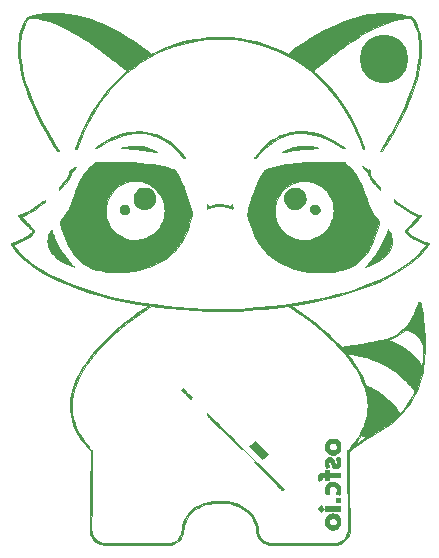
<source format=gbr>
%TF.GenerationSoftware,KiCad,Pcbnew,5.1.8-db9833491~88~ubuntu20.04.1*%
%TF.CreationDate,2020-12-09T15:47:01+01:00*%
%TF.ProjectId,oscar_pcb_svg2shenzen,6f736361-725f-4706-9362-5f7376673273,rev?*%
%TF.SameCoordinates,Original*%
%TF.FileFunction,Soldermask,Bot*%
%TF.FilePolarity,Negative*%
%FSLAX46Y46*%
G04 Gerber Fmt 4.6, Leading zero omitted, Abs format (unit mm)*
G04 Created by KiCad (PCBNEW 5.1.8-db9833491~88~ubuntu20.04.1) date 2020-12-09 15:47:01*
%MOMM*%
%LPD*%
G01*
G04 APERTURE LIST*
%ADD10C,0.010000*%
%ADD11C,4.119199*%
G04 APERTURE END LIST*
D10*
%TO.C,G\u002A\u002A\u002A*%
G36*
X-9149890Y20298453D02*
G01*
X-8982378Y20237355D01*
X-8827050Y20141621D01*
X-8731987Y20057103D01*
X-8613212Y19906740D01*
X-8530310Y19739531D01*
X-8483466Y19561406D01*
X-8472871Y19378297D01*
X-8498710Y19196132D01*
X-8561172Y19020843D01*
X-8660445Y18858359D01*
X-8692776Y18818396D01*
X-8827805Y18692107D01*
X-8986919Y18596264D01*
X-9162459Y18533308D01*
X-9346762Y18505681D01*
X-9532168Y18515825D01*
X-9599084Y18529534D01*
X-9780572Y18594777D01*
X-9938405Y18691668D01*
X-10070325Y18815330D01*
X-10174075Y18960885D01*
X-10247398Y19123455D01*
X-10288036Y19298160D01*
X-10293733Y19480125D01*
X-10262230Y19664469D01*
X-10200149Y19828503D01*
X-10101844Y19985800D01*
X-9977099Y20114475D01*
X-9831430Y20213669D01*
X-9670357Y20282523D01*
X-9499398Y20320178D01*
X-9324069Y20325775D01*
X-9149890Y20298453D01*
G37*
X-9149890Y20298453D02*
X-8982378Y20237355D01*
X-8827050Y20141621D01*
X-8731987Y20057103D01*
X-8613212Y19906740D01*
X-8530310Y19739531D01*
X-8483466Y19561406D01*
X-8472871Y19378297D01*
X-8498710Y19196132D01*
X-8561172Y19020843D01*
X-8660445Y18858359D01*
X-8692776Y18818396D01*
X-8827805Y18692107D01*
X-8986919Y18596264D01*
X-9162459Y18533308D01*
X-9346762Y18505681D01*
X-9532168Y18515825D01*
X-9599084Y18529534D01*
X-9780572Y18594777D01*
X-9938405Y18691668D01*
X-10070325Y18815330D01*
X-10174075Y18960885D01*
X-10247398Y19123455D01*
X-10288036Y19298160D01*
X-10293733Y19480125D01*
X-10262230Y19664469D01*
X-10200149Y19828503D01*
X-10101844Y19985800D01*
X-9977099Y20114475D01*
X-9831430Y20213669D01*
X-9670357Y20282523D01*
X-9499398Y20320178D01*
X-9324069Y20325775D01*
X-9149890Y20298453D01*
G36*
X-7518964Y18842705D02*
G01*
X-7416357Y18771003D01*
X-7393083Y18746588D01*
X-7321803Y18636162D01*
X-7288445Y18515251D01*
X-7293433Y18391554D01*
X-7337192Y18272769D01*
X-7364576Y18229827D01*
X-7450401Y18145263D01*
X-7559202Y18088644D01*
X-7679586Y18063442D01*
X-7800162Y18073133D01*
X-7839345Y18085056D01*
X-7945772Y18144086D01*
X-8025410Y18227610D01*
X-8077755Y18328140D01*
X-8102303Y18438193D01*
X-8098550Y18550283D01*
X-8065992Y18656925D01*
X-8004126Y18750634D01*
X-7912448Y18823924D01*
X-7889881Y18835770D01*
X-7763009Y18876396D01*
X-7636942Y18878272D01*
X-7518964Y18842705D01*
G37*
X-7518964Y18842705D02*
X-7416357Y18771003D01*
X-7393083Y18746588D01*
X-7321803Y18636162D01*
X-7288445Y18515251D01*
X-7293433Y18391554D01*
X-7337192Y18272769D01*
X-7364576Y18229827D01*
X-7450401Y18145263D01*
X-7559202Y18088644D01*
X-7679586Y18063442D01*
X-7800162Y18073133D01*
X-7839345Y18085056D01*
X-7945772Y18144086D01*
X-8025410Y18227610D01*
X-8077755Y18328140D01*
X-8102303Y18438193D01*
X-8098550Y18550283D01*
X-8065992Y18656925D01*
X-8004126Y18750634D01*
X-7912448Y18823924D01*
X-7889881Y18835770D01*
X-7763009Y18876396D01*
X-7636942Y18878272D01*
X-7518964Y18842705D01*
G36*
X-21954179Y20312597D02*
G01*
X-21790415Y20264676D01*
X-21637880Y20187819D01*
X-21501407Y20083604D01*
X-21385830Y19953607D01*
X-21295980Y19799407D01*
X-21236690Y19622580D01*
X-21224387Y19557816D01*
X-21214635Y19368016D01*
X-21242618Y19187883D01*
X-21304380Y19021056D01*
X-21395965Y18871179D01*
X-21513417Y18741892D01*
X-21652782Y18636837D01*
X-21810102Y18559656D01*
X-21981422Y18513990D01*
X-22162786Y18503480D01*
X-22341417Y18529534D01*
X-22520533Y18593777D01*
X-22675412Y18688483D01*
X-22804650Y18808656D01*
X-22906844Y18949300D01*
X-22980590Y19105419D01*
X-23024484Y19272018D01*
X-23037121Y19444101D01*
X-23017099Y19616671D01*
X-22963013Y19784732D01*
X-22873460Y19943290D01*
X-22772310Y20062977D01*
X-22624885Y20183388D01*
X-22464527Y20266979D01*
X-22296068Y20315326D01*
X-22124341Y20330006D01*
X-21954179Y20312597D01*
G37*
X-21954179Y20312597D02*
X-21790415Y20264676D01*
X-21637880Y20187819D01*
X-21501407Y20083604D01*
X-21385830Y19953607D01*
X-21295980Y19799407D01*
X-21236690Y19622580D01*
X-21224387Y19557816D01*
X-21214635Y19368016D01*
X-21242618Y19187883D01*
X-21304380Y19021056D01*
X-21395965Y18871179D01*
X-21513417Y18741892D01*
X-21652782Y18636837D01*
X-21810102Y18559656D01*
X-21981422Y18513990D01*
X-22162786Y18503480D01*
X-22341417Y18529534D01*
X-22520533Y18593777D01*
X-22675412Y18688483D01*
X-22804650Y18808656D01*
X-22906844Y18949300D01*
X-22980590Y19105419D01*
X-23024484Y19272018D01*
X-23037121Y19444101D01*
X-23017099Y19616671D01*
X-22963013Y19784732D01*
X-22873460Y19943290D01*
X-22772310Y20062977D01*
X-22624885Y20183388D01*
X-22464527Y20266979D01*
X-22296068Y20315326D01*
X-22124341Y20330006D01*
X-21954179Y20312597D01*
G36*
X-23739620Y18876824D02*
G01*
X-23624549Y18840525D01*
X-23529790Y18777573D01*
X-23471117Y18701555D01*
X-23430523Y18600285D01*
X-23410584Y18487905D01*
X-23413874Y18378556D01*
X-23441003Y18290091D01*
X-23513581Y18191528D01*
X-23611483Y18117787D01*
X-23724864Y18073235D01*
X-23843879Y18062234D01*
X-23923328Y18076243D01*
X-24043400Y18132450D01*
X-24135660Y18216797D01*
X-24196629Y18322850D01*
X-24222830Y18444176D01*
X-24210783Y18574341D01*
X-24204728Y18596730D01*
X-24151875Y18707470D01*
X-24071298Y18792897D01*
X-23970635Y18850963D01*
X-23857529Y18879621D01*
X-23739620Y18876824D01*
G37*
X-23739620Y18876824D02*
X-23624549Y18840525D01*
X-23529790Y18777573D01*
X-23471117Y18701555D01*
X-23430523Y18600285D01*
X-23410584Y18487905D01*
X-23413874Y18378556D01*
X-23441003Y18290091D01*
X-23513581Y18191528D01*
X-23611483Y18117787D01*
X-23724864Y18073235D01*
X-23843879Y18062234D01*
X-23923328Y18076243D01*
X-24043400Y18132450D01*
X-24135660Y18216797D01*
X-24196629Y18322850D01*
X-24222830Y18444176D01*
X-24210783Y18574341D01*
X-24204728Y18596730D01*
X-24151875Y18707470D01*
X-24071298Y18792897D01*
X-23970635Y18850963D01*
X-23857529Y18879621D01*
X-23739620Y18876824D01*
G36*
X-18497724Y2950663D02*
G01*
X-18115190Y2568129D01*
X-18147599Y2490565D01*
X-18169501Y2441688D01*
X-18184428Y2414799D01*
X-18186588Y2413000D01*
X-18202668Y2427356D01*
X-18244674Y2467836D01*
X-18308664Y2530560D01*
X-18390700Y2611649D01*
X-18486843Y2707223D01*
X-18593153Y2813401D01*
X-18594781Y2815031D01*
X-18996394Y3217062D01*
X-18938326Y3275129D01*
X-18880259Y3333197D01*
X-18497724Y2950663D01*
G37*
X-18497724Y2950663D02*
X-18115190Y2568129D01*
X-18147599Y2490565D01*
X-18169501Y2441688D01*
X-18184428Y2414799D01*
X-18186588Y2413000D01*
X-18202668Y2427356D01*
X-18244674Y2467836D01*
X-18308664Y2530560D01*
X-18390700Y2611649D01*
X-18486843Y2707223D01*
X-18593153Y2813401D01*
X-18594781Y2815031D01*
X-18996394Y3217062D01*
X-18938326Y3275129D01*
X-18880259Y3333197D01*
X-18497724Y2950663D01*
G36*
X-6064886Y-922291D02*
G01*
X-5990338Y-928112D01*
X-5934829Y-940009D01*
X-5886749Y-959778D01*
X-5873750Y-966581D01*
X-5757901Y-1049556D01*
X-5656054Y-1160791D01*
X-5583753Y-1280583D01*
X-5552497Y-1380524D01*
X-5535121Y-1504586D01*
X-5531721Y-1638097D01*
X-5542394Y-1766385D01*
X-5567236Y-1874777D01*
X-5579654Y-1906075D01*
X-5666604Y-2049538D01*
X-5778371Y-2158817D01*
X-5913850Y-2233163D01*
X-6071935Y-2271825D01*
X-6125418Y-2276450D01*
X-6211206Y-2278129D01*
X-6288867Y-2274815D01*
X-6339417Y-2267651D01*
X-6483054Y-2211199D01*
X-6607465Y-2120463D01*
X-6655786Y-2071120D01*
X-6737394Y-1960228D01*
X-6789331Y-1838054D01*
X-6814919Y-1694850D01*
X-6819009Y-1592215D01*
X-6818279Y-1584484D01*
X-6516254Y-1584484D01*
X-6510933Y-1657394D01*
X-6472141Y-1759781D01*
X-6403190Y-1840658D01*
X-6312176Y-1896648D01*
X-6207193Y-1924372D01*
X-6096337Y-1920453D01*
X-5987702Y-1881513D01*
X-5981787Y-1878193D01*
X-5899457Y-1809293D01*
X-5846161Y-1719691D01*
X-5822317Y-1618700D01*
X-5828340Y-1515635D01*
X-5864647Y-1419808D01*
X-5931654Y-1340535D01*
X-5956929Y-1321945D01*
X-6061011Y-1275057D01*
X-6168232Y-1263081D01*
X-6271874Y-1281949D01*
X-6365216Y-1327591D01*
X-6441540Y-1395941D01*
X-6494126Y-1482928D01*
X-6516254Y-1584484D01*
X-6818279Y-1584484D01*
X-6801909Y-1411120D01*
X-6750979Y-1254267D01*
X-6666773Y-1122695D01*
X-6549846Y-1017447D01*
X-6494432Y-983169D01*
X-6438511Y-954124D01*
X-6389457Y-935791D01*
X-6334639Y-925739D01*
X-6261427Y-921537D01*
X-6170084Y-920750D01*
X-6064886Y-922291D01*
G37*
X-6064886Y-922291D02*
X-5990338Y-928112D01*
X-5934829Y-940009D01*
X-5886749Y-959778D01*
X-5873750Y-966581D01*
X-5757901Y-1049556D01*
X-5656054Y-1160791D01*
X-5583753Y-1280583D01*
X-5552497Y-1380524D01*
X-5535121Y-1504586D01*
X-5531721Y-1638097D01*
X-5542394Y-1766385D01*
X-5567236Y-1874777D01*
X-5579654Y-1906075D01*
X-5666604Y-2049538D01*
X-5778371Y-2158817D01*
X-5913850Y-2233163D01*
X-6071935Y-2271825D01*
X-6125418Y-2276450D01*
X-6211206Y-2278129D01*
X-6288867Y-2274815D01*
X-6339417Y-2267651D01*
X-6483054Y-2211199D01*
X-6607465Y-2120463D01*
X-6655786Y-2071120D01*
X-6737394Y-1960228D01*
X-6789331Y-1838054D01*
X-6814919Y-1694850D01*
X-6819009Y-1592215D01*
X-6818279Y-1584484D01*
X-6516254Y-1584484D01*
X-6510933Y-1657394D01*
X-6472141Y-1759781D01*
X-6403190Y-1840658D01*
X-6312176Y-1896648D01*
X-6207193Y-1924372D01*
X-6096337Y-1920453D01*
X-5987702Y-1881513D01*
X-5981787Y-1878193D01*
X-5899457Y-1809293D01*
X-5846161Y-1719691D01*
X-5822317Y-1618700D01*
X-5828340Y-1515635D01*
X-5864647Y-1419808D01*
X-5931654Y-1340535D01*
X-5956929Y-1321945D01*
X-6061011Y-1275057D01*
X-6168232Y-1263081D01*
X-6271874Y-1281949D01*
X-6365216Y-1327591D01*
X-6441540Y-1395941D01*
X-6494126Y-1482928D01*
X-6516254Y-1584484D01*
X-6818279Y-1584484D01*
X-6801909Y-1411120D01*
X-6750979Y-1254267D01*
X-6666773Y-1122695D01*
X-6549846Y-1017447D01*
X-6494432Y-983169D01*
X-6438511Y-954124D01*
X-6389457Y-935791D01*
X-6334639Y-925739D01*
X-6261427Y-921537D01*
X-6170084Y-920750D01*
X-6064886Y-922291D01*
G36*
X-12731408Y-1157468D02*
G01*
X-12686303Y-1198628D01*
X-12618356Y-1263113D01*
X-12531049Y-1347556D01*
X-12427865Y-1448588D01*
X-12312288Y-1562843D01*
X-12195068Y-1679680D01*
X-11658696Y-2216361D01*
X-11782473Y-2325122D01*
X-11866668Y-2396881D01*
X-11953294Y-2466942D01*
X-12035292Y-2530009D01*
X-12105600Y-2580787D01*
X-12157159Y-2613981D01*
X-12181573Y-2624444D01*
X-12200958Y-2610020D01*
X-12246628Y-2568892D01*
X-12315077Y-2504430D01*
X-12402800Y-2420007D01*
X-12506291Y-2318995D01*
X-12622044Y-2204765D01*
X-12738153Y-2089100D01*
X-13273410Y-1553533D01*
X-13162767Y-1481839D01*
X-13094285Y-1432554D01*
X-13011337Y-1365776D01*
X-12929310Y-1294026D01*
X-12910530Y-1276572D01*
X-12846423Y-1217905D01*
X-12793004Y-1172359D01*
X-12758154Y-1146497D01*
X-12750188Y-1143000D01*
X-12731408Y-1157468D01*
G37*
X-12731408Y-1157468D02*
X-12686303Y-1198628D01*
X-12618356Y-1263113D01*
X-12531049Y-1347556D01*
X-12427865Y-1448588D01*
X-12312288Y-1562843D01*
X-12195068Y-1679680D01*
X-11658696Y-2216361D01*
X-11782473Y-2325122D01*
X-11866668Y-2396881D01*
X-11953294Y-2466942D01*
X-12035292Y-2530009D01*
X-12105600Y-2580787D01*
X-12157159Y-2613981D01*
X-12181573Y-2624444D01*
X-12200958Y-2610020D01*
X-12246628Y-2568892D01*
X-12315077Y-2504430D01*
X-12402800Y-2420007D01*
X-12506291Y-2318995D01*
X-12622044Y-2204765D01*
X-12738153Y-2089100D01*
X-13273410Y-1553533D01*
X-13162767Y-1481839D01*
X-13094285Y-1432554D01*
X-13011337Y-1365776D01*
X-12929310Y-1294026D01*
X-12910530Y-1276572D01*
X-12846423Y-1217905D01*
X-12793004Y-1172359D01*
X-12758154Y-1146497D01*
X-12750188Y-1143000D01*
X-12731408Y-1157468D01*
G36*
X-5615365Y-2470912D02*
G01*
X-5586960Y-2533980D01*
X-5561246Y-2620356D01*
X-5540685Y-2720557D01*
X-5527736Y-2825101D01*
X-5524500Y-2901268D01*
X-5538926Y-3072823D01*
X-5581608Y-3216599D01*
X-5651649Y-3330696D01*
X-5748156Y-3413215D01*
X-5771817Y-3426413D01*
X-5822415Y-3440141D01*
X-5896274Y-3447279D01*
X-5974751Y-3447243D01*
X-6039203Y-3439445D01*
X-6053667Y-3435271D01*
X-6126865Y-3388301D01*
X-6199547Y-3302675D01*
X-6269261Y-3182025D01*
X-6333554Y-3029984D01*
X-6340645Y-3010211D01*
X-6382516Y-2914146D01*
X-6426080Y-2857467D01*
X-6470233Y-2841327D01*
X-6494115Y-2849986D01*
X-6519933Y-2888216D01*
X-6534184Y-2955783D01*
X-6536394Y-3041170D01*
X-6526090Y-3132860D01*
X-6508617Y-3202709D01*
X-6492258Y-3264626D01*
X-6487566Y-3309479D01*
X-6491508Y-3322769D01*
X-6519948Y-3336099D01*
X-6575979Y-3355232D01*
X-6631474Y-3371527D01*
X-6699596Y-3389536D01*
X-6737962Y-3395146D01*
X-6757633Y-3387186D01*
X-6769669Y-3364485D01*
X-6772704Y-3356574D01*
X-6804287Y-3244469D01*
X-6825197Y-3111618D01*
X-6832796Y-2978838D01*
X-6829748Y-2906564D01*
X-6800938Y-2754810D01*
X-6746666Y-2631558D01*
X-6668919Y-2539511D01*
X-6569682Y-2481370D01*
X-6504921Y-2464541D01*
X-6402163Y-2460883D01*
X-6312692Y-2487150D01*
X-6233116Y-2546177D01*
X-6160046Y-2640800D01*
X-6090091Y-2773853D01*
X-6064553Y-2832825D01*
X-6025825Y-2919994D01*
X-5987666Y-2995239D01*
X-5955805Y-3047705D01*
X-5943167Y-3062807D01*
X-5912513Y-3086439D01*
X-5889928Y-3082364D01*
X-5858708Y-3047816D01*
X-5834319Y-3009446D01*
X-5823675Y-2963781D01*
X-5824124Y-2896047D01*
X-5826219Y-2866787D01*
X-5839669Y-2776652D01*
X-5862878Y-2686114D01*
X-5879172Y-2641989D01*
X-5921860Y-2545486D01*
X-5799152Y-2486837D01*
X-5730473Y-2458128D01*
X-5673639Y-2441692D01*
X-5644003Y-2440636D01*
X-5615365Y-2470912D01*
G37*
X-5615365Y-2470912D02*
X-5586960Y-2533980D01*
X-5561246Y-2620356D01*
X-5540685Y-2720557D01*
X-5527736Y-2825101D01*
X-5524500Y-2901268D01*
X-5538926Y-3072823D01*
X-5581608Y-3216599D01*
X-5651649Y-3330696D01*
X-5748156Y-3413215D01*
X-5771817Y-3426413D01*
X-5822415Y-3440141D01*
X-5896274Y-3447279D01*
X-5974751Y-3447243D01*
X-6039203Y-3439445D01*
X-6053667Y-3435271D01*
X-6126865Y-3388301D01*
X-6199547Y-3302675D01*
X-6269261Y-3182025D01*
X-6333554Y-3029984D01*
X-6340645Y-3010211D01*
X-6382516Y-2914146D01*
X-6426080Y-2857467D01*
X-6470233Y-2841327D01*
X-6494115Y-2849986D01*
X-6519933Y-2888216D01*
X-6534184Y-2955783D01*
X-6536394Y-3041170D01*
X-6526090Y-3132860D01*
X-6508617Y-3202709D01*
X-6492258Y-3264626D01*
X-6487566Y-3309479D01*
X-6491508Y-3322769D01*
X-6519948Y-3336099D01*
X-6575979Y-3355232D01*
X-6631474Y-3371527D01*
X-6699596Y-3389536D01*
X-6737962Y-3395146D01*
X-6757633Y-3387186D01*
X-6769669Y-3364485D01*
X-6772704Y-3356574D01*
X-6804287Y-3244469D01*
X-6825197Y-3111618D01*
X-6832796Y-2978838D01*
X-6829748Y-2906564D01*
X-6800938Y-2754810D01*
X-6746666Y-2631558D01*
X-6668919Y-2539511D01*
X-6569682Y-2481370D01*
X-6504921Y-2464541D01*
X-6402163Y-2460883D01*
X-6312692Y-2487150D01*
X-6233116Y-2546177D01*
X-6160046Y-2640800D01*
X-6090091Y-2773853D01*
X-6064553Y-2832825D01*
X-6025825Y-2919994D01*
X-5987666Y-2995239D01*
X-5955805Y-3047705D01*
X-5943167Y-3062807D01*
X-5912513Y-3086439D01*
X-5889928Y-3082364D01*
X-5858708Y-3047816D01*
X-5834319Y-3009446D01*
X-5823675Y-2963781D01*
X-5824124Y-2896047D01*
X-5826219Y-2866787D01*
X-5839669Y-2776652D01*
X-5862878Y-2686114D01*
X-5879172Y-2641989D01*
X-5921860Y-2545486D01*
X-5799152Y-2486837D01*
X-5730473Y-2458128D01*
X-5673639Y-2441692D01*
X-5644003Y-2440636D01*
X-5615365Y-2470912D01*
G36*
X-6498167Y-3810000D02*
G01*
X-5545667Y-3810000D01*
X-5545667Y-4148666D01*
X-6498167Y-4148666D01*
X-6498167Y-4423833D01*
X-6815667Y-4423833D01*
X-6815667Y-4148666D01*
X-6950659Y-4148666D01*
X-7044589Y-4153755D01*
X-7101997Y-4171865D01*
X-7127781Y-4207263D01*
X-7126836Y-4264215D01*
X-7119581Y-4295833D01*
X-7098116Y-4376252D01*
X-7211360Y-4431792D01*
X-7274937Y-4461558D01*
X-7323511Y-4481715D01*
X-7343004Y-4487333D01*
X-7361151Y-4469493D01*
X-7385907Y-4424347D01*
X-7397613Y-4397375D01*
X-7423579Y-4300833D01*
X-7433219Y-4191467D01*
X-7426707Y-4084871D01*
X-7404218Y-3996643D01*
X-7392894Y-3973482D01*
X-7341089Y-3901698D01*
X-7278856Y-3853279D01*
X-7197557Y-3824501D01*
X-7088551Y-3811639D01*
X-7013620Y-3810000D01*
X-6815667Y-3810000D01*
X-6815667Y-3619500D01*
X-6498167Y-3619500D01*
X-6498167Y-3810000D01*
G37*
X-6498167Y-3810000D02*
X-5545667Y-3810000D01*
X-5545667Y-4148666D01*
X-6498167Y-4148666D01*
X-6498167Y-4423833D01*
X-6815667Y-4423833D01*
X-6815667Y-4148666D01*
X-6950659Y-4148666D01*
X-7044589Y-4153755D01*
X-7101997Y-4171865D01*
X-7127781Y-4207263D01*
X-7126836Y-4264215D01*
X-7119581Y-4295833D01*
X-7098116Y-4376252D01*
X-7211360Y-4431792D01*
X-7274937Y-4461558D01*
X-7323511Y-4481715D01*
X-7343004Y-4487333D01*
X-7361151Y-4469493D01*
X-7385907Y-4424347D01*
X-7397613Y-4397375D01*
X-7423579Y-4300833D01*
X-7433219Y-4191467D01*
X-7426707Y-4084871D01*
X-7404218Y-3996643D01*
X-7392894Y-3973482D01*
X-7341089Y-3901698D01*
X-7278856Y-3853279D01*
X-7197557Y-3824501D01*
X-7088551Y-3811639D01*
X-7013620Y-3810000D01*
X-6815667Y-3810000D01*
X-6815667Y-3619500D01*
X-6498167Y-3619500D01*
X-6498167Y-3810000D01*
G36*
X-16823653Y1231390D02*
G01*
X-16804253Y1217586D01*
X-16771916Y1190401D01*
X-16725664Y1148872D01*
X-16664520Y1092038D01*
X-16587507Y1018936D01*
X-16493648Y928606D01*
X-16381966Y820085D01*
X-16251483Y692412D01*
X-16101223Y544625D01*
X-15930207Y375762D01*
X-15737460Y184862D01*
X-15522004Y-29037D01*
X-15282861Y-266898D01*
X-15019054Y-529680D01*
X-14729608Y-818347D01*
X-14413543Y-1133861D01*
X-14069883Y-1477181D01*
X-13697651Y-1849272D01*
X-13579044Y-1967873D01*
X-10341594Y-5205374D01*
X-10392070Y-5259104D01*
X-10429037Y-5295076D01*
X-10453195Y-5312523D01*
X-10454803Y-5312833D01*
X-10471329Y-5298224D01*
X-10515474Y-5255900D01*
X-10584959Y-5188119D01*
X-10677503Y-5097136D01*
X-10790828Y-4985208D01*
X-10922654Y-4854591D01*
X-11070702Y-4707541D01*
X-11232692Y-4546314D01*
X-11406346Y-4373168D01*
X-11589384Y-4190357D01*
X-11651717Y-4128033D01*
X-12836376Y-2943232D01*
X-12768188Y-2919462D01*
X-12722375Y-2899849D01*
X-12700346Y-2883259D01*
X-12700000Y-2881732D01*
X-12714455Y-2864072D01*
X-12755577Y-2820020D01*
X-12820006Y-2753024D01*
X-12904380Y-2666529D01*
X-13005338Y-2563984D01*
X-13119518Y-2448835D01*
X-13236947Y-2331135D01*
X-13773894Y-1794498D01*
X-13864250Y-1809763D01*
X-13954606Y-1825029D01*
X-15401636Y-378114D01*
X-15644162Y-135499D01*
X-15858374Y79070D01*
X-16045987Y267387D01*
X-16208717Y431245D01*
X-16348279Y572437D01*
X-16466391Y692755D01*
X-16564767Y793992D01*
X-16645123Y877941D01*
X-16709175Y946395D01*
X-16758638Y1001146D01*
X-16795229Y1043988D01*
X-16820664Y1076714D01*
X-16836657Y1101116D01*
X-16844925Y1118987D01*
X-16847184Y1132119D01*
X-16847179Y1132359D01*
X-16841269Y1191545D01*
X-16831093Y1232773D01*
X-16823653Y1231390D01*
G37*
X-16823653Y1231390D02*
X-16804253Y1217586D01*
X-16771916Y1190401D01*
X-16725664Y1148872D01*
X-16664520Y1092038D01*
X-16587507Y1018936D01*
X-16493648Y928606D01*
X-16381966Y820085D01*
X-16251483Y692412D01*
X-16101223Y544625D01*
X-15930207Y375762D01*
X-15737460Y184862D01*
X-15522004Y-29037D01*
X-15282861Y-266898D01*
X-15019054Y-529680D01*
X-14729608Y-818347D01*
X-14413543Y-1133861D01*
X-14069883Y-1477181D01*
X-13697651Y-1849272D01*
X-13579044Y-1967873D01*
X-10341594Y-5205374D01*
X-10392070Y-5259104D01*
X-10429037Y-5295076D01*
X-10453195Y-5312523D01*
X-10454803Y-5312833D01*
X-10471329Y-5298224D01*
X-10515474Y-5255900D01*
X-10584959Y-5188119D01*
X-10677503Y-5097136D01*
X-10790828Y-4985208D01*
X-10922654Y-4854591D01*
X-11070702Y-4707541D01*
X-11232692Y-4546314D01*
X-11406346Y-4373168D01*
X-11589384Y-4190357D01*
X-11651717Y-4128033D01*
X-12836376Y-2943232D01*
X-12768188Y-2919462D01*
X-12722375Y-2899849D01*
X-12700346Y-2883259D01*
X-12700000Y-2881732D01*
X-12714455Y-2864072D01*
X-12755577Y-2820020D01*
X-12820006Y-2753024D01*
X-12904380Y-2666529D01*
X-13005338Y-2563984D01*
X-13119518Y-2448835D01*
X-13236947Y-2331135D01*
X-13773894Y-1794498D01*
X-13864250Y-1809763D01*
X-13954606Y-1825029D01*
X-15401636Y-378114D01*
X-15644162Y-135499D01*
X-15858374Y79070D01*
X-16045987Y267387D01*
X-16208717Y431245D01*
X-16348279Y572437D01*
X-16466391Y692755D01*
X-16564767Y793992D01*
X-16645123Y877941D01*
X-16709175Y946395D01*
X-16758638Y1001146D01*
X-16795229Y1043988D01*
X-16820664Y1076714D01*
X-16836657Y1101116D01*
X-16844925Y1118987D01*
X-16847184Y1132119D01*
X-16847179Y1132359D01*
X-16841269Y1191545D01*
X-16831093Y1232773D01*
X-16823653Y1231390D01*
G36*
X-6010299Y-4600531D02*
G01*
X-5856532Y-4647909D01*
X-5730934Y-4726310D01*
X-5634486Y-4834622D01*
X-5568171Y-4971731D01*
X-5532972Y-5136524D01*
X-5529871Y-5327888D01*
X-5530283Y-5334000D01*
X-5542029Y-5433526D01*
X-5561455Y-5525699D01*
X-5585779Y-5601805D01*
X-5612215Y-5653129D01*
X-5637924Y-5670959D01*
X-5670429Y-5664504D01*
X-5728816Y-5649660D01*
X-5778500Y-5635873D01*
X-5842675Y-5616954D01*
X-5887748Y-5602689D01*
X-5901649Y-5597335D01*
X-5899861Y-5576042D01*
X-5888171Y-5526569D01*
X-5875191Y-5480412D01*
X-5844039Y-5328840D01*
X-5846190Y-5199677D01*
X-5880578Y-5094775D01*
X-5946137Y-5015980D01*
X-6041803Y-4965143D01*
X-6166511Y-4944112D01*
X-6184340Y-4943668D01*
X-6288507Y-4953863D01*
X-6370905Y-4991070D01*
X-6442893Y-5061507D01*
X-6471709Y-5100951D01*
X-6511437Y-5196864D01*
X-6516256Y-5316255D01*
X-6488360Y-5451356D01*
X-6471576Y-5510376D01*
X-6462411Y-5549148D01*
X-6461902Y-5557527D01*
X-6494406Y-5572375D01*
X-6550618Y-5591067D01*
X-6617643Y-5610158D01*
X-6682587Y-5626204D01*
X-6732554Y-5635763D01*
X-6754448Y-5635656D01*
X-6776482Y-5594114D01*
X-6798347Y-5522655D01*
X-6817430Y-5433625D01*
X-6831120Y-5339369D01*
X-6836803Y-5252232D01*
X-6836834Y-5246285D01*
X-6818102Y-5074041D01*
X-6763164Y-4921081D01*
X-6673909Y-4790511D01*
X-6552226Y-4685439D01*
X-6466417Y-4636870D01*
X-6394132Y-4607930D01*
X-6318702Y-4591946D01*
X-6223050Y-4585716D01*
X-6191250Y-4585289D01*
X-6010299Y-4600531D01*
G37*
X-6010299Y-4600531D02*
X-5856532Y-4647909D01*
X-5730934Y-4726310D01*
X-5634486Y-4834622D01*
X-5568171Y-4971731D01*
X-5532972Y-5136524D01*
X-5529871Y-5327888D01*
X-5530283Y-5334000D01*
X-5542029Y-5433526D01*
X-5561455Y-5525699D01*
X-5585779Y-5601805D01*
X-5612215Y-5653129D01*
X-5637924Y-5670959D01*
X-5670429Y-5664504D01*
X-5728816Y-5649660D01*
X-5778500Y-5635873D01*
X-5842675Y-5616954D01*
X-5887748Y-5602689D01*
X-5901649Y-5597335D01*
X-5899861Y-5576042D01*
X-5888171Y-5526569D01*
X-5875191Y-5480412D01*
X-5844039Y-5328840D01*
X-5846190Y-5199677D01*
X-5880578Y-5094775D01*
X-5946137Y-5015980D01*
X-6041803Y-4965143D01*
X-6166511Y-4944112D01*
X-6184340Y-4943668D01*
X-6288507Y-4953863D01*
X-6370905Y-4991070D01*
X-6442893Y-5061507D01*
X-6471709Y-5100951D01*
X-6511437Y-5196864D01*
X-6516256Y-5316255D01*
X-6488360Y-5451356D01*
X-6471576Y-5510376D01*
X-6462411Y-5549148D01*
X-6461902Y-5557527D01*
X-6494406Y-5572375D01*
X-6550618Y-5591067D01*
X-6617643Y-5610158D01*
X-6682587Y-5626204D01*
X-6732554Y-5635763D01*
X-6754448Y-5635656D01*
X-6776482Y-5594114D01*
X-6798347Y-5522655D01*
X-6817430Y-5433625D01*
X-6831120Y-5339369D01*
X-6836803Y-5252232D01*
X-6836834Y-5246285D01*
X-6818102Y-5074041D01*
X-6763164Y-4921081D01*
X-6673909Y-4790511D01*
X-6552226Y-4685439D01*
X-6466417Y-4636870D01*
X-6394132Y-4607930D01*
X-6318702Y-4591946D01*
X-6223050Y-4585716D01*
X-6191250Y-4585289D01*
X-6010299Y-4600531D01*
G36*
X-5545667Y-6307666D02*
G01*
X-5905500Y-6307666D01*
X-5905500Y-5947833D01*
X-5545667Y-5947833D01*
X-5545667Y-6307666D01*
G37*
X-5545667Y-6307666D02*
X-5905500Y-6307666D01*
X-5905500Y-5947833D01*
X-5545667Y-5947833D01*
X-5545667Y-6307666D01*
G36*
X-5545667Y-7027333D02*
G01*
X-6815667Y-7027333D01*
X-6815667Y-6667500D01*
X-5545667Y-6667500D01*
X-5545667Y-7027333D01*
G37*
X-5545667Y-7027333D02*
X-6815667Y-7027333D01*
X-6815667Y-6667500D01*
X-5545667Y-6667500D01*
X-5545667Y-7027333D01*
G36*
X-7053181Y-6715694D02*
G01*
X-6921459Y-6848598D01*
X-7054362Y-6980319D01*
X-7187265Y-7112041D01*
X-7450709Y-6846235D01*
X-7317806Y-6714513D01*
X-7184902Y-6582791D01*
X-7053181Y-6715694D01*
G37*
X-7053181Y-6715694D02*
X-6921459Y-6848598D01*
X-7054362Y-6980319D01*
X-7187265Y-7112041D01*
X-7450709Y-6846235D01*
X-7317806Y-6714513D01*
X-7184902Y-6582791D01*
X-7053181Y-6715694D01*
G36*
X-6043890Y-7269579D02*
G01*
X-5900399Y-7313904D01*
X-5770419Y-7392802D01*
X-5749113Y-7410675D01*
X-5682976Y-7481423D01*
X-5620900Y-7568335D01*
X-5594481Y-7615461D01*
X-5566432Y-7677075D01*
X-5548869Y-7731993D01*
X-5539417Y-7793547D01*
X-5535700Y-7875070D01*
X-5535238Y-7948083D01*
X-5542935Y-8102880D01*
X-5568320Y-8227496D01*
X-5615206Y-8331746D01*
X-5687409Y-8425445D01*
X-5741098Y-8477663D01*
X-5867853Y-8564158D01*
X-6014619Y-8617686D01*
X-6172908Y-8636585D01*
X-6334230Y-8619190D01*
X-6388665Y-8604587D01*
X-6533534Y-8539056D01*
X-6650333Y-8442799D01*
X-6737620Y-8318001D01*
X-6793952Y-8166845D01*
X-6817887Y-7991518D01*
X-6818660Y-7953464D01*
X-6818575Y-7951507D01*
X-6496267Y-7951507D01*
X-6478844Y-8052782D01*
X-6452867Y-8106833D01*
X-6384312Y-8195901D01*
X-6304442Y-8249093D01*
X-6202680Y-8272416D01*
X-6157339Y-8274678D01*
X-6056687Y-8261580D01*
X-5989150Y-8228469D01*
X-5906034Y-8151279D01*
X-5856088Y-8059860D01*
X-5837272Y-7961499D01*
X-5847546Y-7863482D01*
X-5884870Y-7773095D01*
X-5947204Y-7697626D01*
X-6032508Y-7644360D01*
X-6138742Y-7620585D01*
X-6159500Y-7620000D01*
X-6268444Y-7638214D01*
X-6361071Y-7687904D01*
X-6432903Y-7761637D01*
X-6479461Y-7851982D01*
X-6496267Y-7951507D01*
X-6818575Y-7951507D01*
X-6812794Y-7818913D01*
X-6791800Y-7710070D01*
X-6751560Y-7611768D01*
X-6704563Y-7533255D01*
X-6604708Y-7418983D01*
X-6481301Y-7334528D01*
X-6341754Y-7280841D01*
X-6193479Y-7258875D01*
X-6043890Y-7269579D01*
G37*
X-6043890Y-7269579D02*
X-5900399Y-7313904D01*
X-5770419Y-7392802D01*
X-5749113Y-7410675D01*
X-5682976Y-7481423D01*
X-5620900Y-7568335D01*
X-5594481Y-7615461D01*
X-5566432Y-7677075D01*
X-5548869Y-7731993D01*
X-5539417Y-7793547D01*
X-5535700Y-7875070D01*
X-5535238Y-7948083D01*
X-5542935Y-8102880D01*
X-5568320Y-8227496D01*
X-5615206Y-8331746D01*
X-5687409Y-8425445D01*
X-5741098Y-8477663D01*
X-5867853Y-8564158D01*
X-6014619Y-8617686D01*
X-6172908Y-8636585D01*
X-6334230Y-8619190D01*
X-6388665Y-8604587D01*
X-6533534Y-8539056D01*
X-6650333Y-8442799D01*
X-6737620Y-8318001D01*
X-6793952Y-8166845D01*
X-6817887Y-7991518D01*
X-6818660Y-7953464D01*
X-6818575Y-7951507D01*
X-6496267Y-7951507D01*
X-6478844Y-8052782D01*
X-6452867Y-8106833D01*
X-6384312Y-8195901D01*
X-6304442Y-8249093D01*
X-6202680Y-8272416D01*
X-6157339Y-8274678D01*
X-6056687Y-8261580D01*
X-5989150Y-8228469D01*
X-5906034Y-8151279D01*
X-5856088Y-8059860D01*
X-5837272Y-7961499D01*
X-5847546Y-7863482D01*
X-5884870Y-7773095D01*
X-5947204Y-7697626D01*
X-6032508Y-7644360D01*
X-6138742Y-7620585D01*
X-6159500Y-7620000D01*
X-6268444Y-7638214D01*
X-6361071Y-7687904D01*
X-6432903Y-7761637D01*
X-6479461Y-7851982D01*
X-6496267Y-7951507D01*
X-6818575Y-7951507D01*
X-6812794Y-7818913D01*
X-6791800Y-7710070D01*
X-6751560Y-7611768D01*
X-6704563Y-7533255D01*
X-6604708Y-7418983D01*
X-6481301Y-7334528D01*
X-6341754Y-7280841D01*
X-6193479Y-7258875D01*
X-6043890Y-7269579D01*
G36*
X-29598897Y35112466D02*
G01*
X-29411228Y35107686D01*
X-29245349Y35100105D01*
X-29157084Y35093913D01*
X-28551336Y35023235D01*
X-27936637Y34911407D01*
X-27313377Y34758570D01*
X-26681948Y34564863D01*
X-26042740Y34330426D01*
X-25396144Y34055400D01*
X-24742552Y33739925D01*
X-24082354Y33384139D01*
X-23611417Y33108108D01*
X-23305562Y32917593D01*
X-22988038Y32709988D01*
X-22668911Y32492297D01*
X-22358246Y32271524D01*
X-22066108Y32054673D01*
X-21808263Y31853338D01*
X-21550275Y31645787D01*
X-21162680Y31833816D01*
X-20492451Y32136233D01*
X-19813444Y32397324D01*
X-19124601Y32617383D01*
X-18424868Y32796707D01*
X-17713189Y32935592D01*
X-16988510Y33034332D01*
X-16816917Y33051676D01*
X-16677296Y33062088D01*
X-16503444Y33070647D01*
X-16303389Y33077311D01*
X-16085158Y33082038D01*
X-15856777Y33084787D01*
X-15626276Y33085514D01*
X-15401680Y33084179D01*
X-15191018Y33080739D01*
X-15002316Y33075152D01*
X-14843602Y33067376D01*
X-14774334Y33062349D01*
X-14069164Y32982391D01*
X-13367502Y32861925D01*
X-12673010Y32701975D01*
X-11989347Y32503567D01*
X-11320174Y32267725D01*
X-10669151Y31995476D01*
X-10247231Y31794358D01*
X-9957848Y31649310D01*
X-9789049Y31785056D01*
X-9251803Y32199313D01*
X-8694400Y32594979D01*
X-8121355Y32969593D01*
X-7537184Y33320695D01*
X-6946403Y33645822D01*
X-6353526Y33942515D01*
X-5763070Y34208311D01*
X-5179551Y34440750D01*
X-4607484Y34637371D01*
X-4487926Y34674274D01*
X-4031086Y34803881D01*
X-3597847Y34908495D01*
X-3178843Y34989675D01*
X-2764706Y35048985D01*
X-2346072Y35087986D01*
X-1913572Y35108240D01*
X-1880533Y35109042D01*
X-1556380Y35112547D01*
X-1259560Y35106731D01*
X-980395Y35090409D01*
X-709204Y35062400D01*
X-436309Y35021519D01*
X-152029Y34966584D01*
X153315Y34896412D01*
X423333Y34827430D01*
X497867Y34788806D01*
X578888Y34713265D01*
X664108Y34605304D01*
X751238Y34469420D01*
X837990Y34310109D01*
X922075Y34131869D01*
X1001204Y33939195D01*
X1073090Y33736586D01*
X1135444Y33528537D01*
X1182576Y33335491D01*
X1223994Y33123621D01*
X1255240Y32915109D01*
X1277246Y32699799D01*
X1290943Y32467533D01*
X1297264Y32208154D01*
X1297951Y32078084D01*
X1296820Y31866592D01*
X1292661Y31684130D01*
X1284559Y31517653D01*
X1271598Y31354114D01*
X1252863Y31180469D01*
X1227439Y30983674D01*
X1214796Y30892750D01*
X1144023Y30471243D01*
X1047519Y30022976D01*
X926970Y29553449D01*
X784060Y29068157D01*
X620475Y28572598D01*
X437900Y28072271D01*
X238020Y27572671D01*
X95444Y27241500D01*
X-151099Y26702924D01*
X-412589Y26166925D01*
X-692217Y25627557D01*
X-993171Y25078875D01*
X-1318640Y24514934D01*
X-1671815Y23929788D01*
X-1742403Y23815578D01*
X-1996512Y23405906D01*
X-2069796Y23417798D01*
X-2121154Y23428074D01*
X-2150646Y23437618D01*
X-2152048Y23438659D01*
X-2144764Y23458804D01*
X-2118280Y23506962D01*
X-2076806Y23575875D01*
X-2025694Y23656523D01*
X-1744314Y24102833D01*
X-1462126Y24573410D01*
X-1182765Y25061308D01*
X-909869Y25559580D01*
X-647075Y26061280D01*
X-398019Y26559464D01*
X-166337Y27047184D01*
X44333Y27517496D01*
X230354Y27963453D01*
X233668Y27971750D01*
X472938Y28609255D01*
X677785Y29235862D01*
X847636Y29849405D01*
X981916Y30447714D01*
X1080052Y31028620D01*
X1113515Y31294917D01*
X1127959Y31457527D01*
X1138707Y31646346D01*
X1145684Y31851337D01*
X1148817Y32062464D01*
X1148031Y32269692D01*
X1143251Y32462983D01*
X1134405Y32632303D01*
X1124225Y32744834D01*
X1076912Y33064734D01*
X1010956Y33376348D01*
X928353Y33673725D01*
X831104Y33950911D01*
X721206Y34201953D01*
X600659Y34420900D01*
X522842Y34536027D01*
X427369Y34665637D01*
X290702Y34680272D01*
X111049Y34687530D01*
X-100026Y34675331D01*
X-336947Y34644795D01*
X-594137Y34597038D01*
X-866020Y34533178D01*
X-1147021Y34454333D01*
X-1431562Y34361621D01*
X-1595056Y34302298D01*
X-2002543Y34137737D01*
X-2431190Y33943990D01*
X-2875008Y33724354D01*
X-3328009Y33482124D01*
X-3784204Y33220597D01*
X-4237604Y32943068D01*
X-4682221Y32652835D01*
X-5031370Y32411009D01*
X-5133295Y32337514D01*
X-5256902Y32246805D01*
X-5399261Y32141138D01*
X-5557437Y32022770D01*
X-5728499Y31893961D01*
X-5909513Y31756966D01*
X-6097547Y31614043D01*
X-6289669Y31467449D01*
X-6482944Y31319443D01*
X-6674442Y31172281D01*
X-6861229Y31028220D01*
X-7040372Y30889519D01*
X-7208939Y30758434D01*
X-7363997Y30637224D01*
X-7502614Y30528144D01*
X-7621856Y30433454D01*
X-7718791Y30355409D01*
X-7790486Y30296269D01*
X-7834008Y30258289D01*
X-7846648Y30243985D01*
X-7829865Y30225742D01*
X-7787028Y30185524D01*
X-7724235Y30128899D01*
X-7647581Y30061433D01*
X-7630584Y30046662D01*
X-7494257Y29924645D01*
X-7337893Y29778311D01*
X-7169200Y29615313D01*
X-6995886Y29443309D01*
X-6825660Y29269953D01*
X-6666229Y29102900D01*
X-6525302Y28949807D01*
X-6518274Y28941981D01*
X-6058780Y28399506D01*
X-5621557Y27822201D01*
X-5207673Y27211877D01*
X-4818196Y26570347D01*
X-4454193Y25899420D01*
X-4116733Y25200907D01*
X-3806884Y24476621D01*
X-3655809Y24087153D01*
X-3610737Y23965799D01*
X-3570118Y23854513D01*
X-3536630Y23760787D01*
X-3512951Y23692113D01*
X-3502031Y23657092D01*
X-3494993Y23618728D01*
X-3507046Y23603507D01*
X-3548285Y23603215D01*
X-3566424Y23604689D01*
X-3612050Y23611282D01*
X-3641128Y23628154D01*
X-3663751Y23665537D01*
X-3687900Y23727834D01*
X-3986568Y24501425D01*
X-4308593Y25240042D01*
X-4654376Y25944279D01*
X-5024319Y26614729D01*
X-5418822Y27251986D01*
X-5838286Y27856646D01*
X-6283113Y28429301D01*
X-6753703Y28970547D01*
X-7250457Y29480976D01*
X-7773777Y29961183D01*
X-8056035Y30198736D01*
X-8623578Y30635424D01*
X-9212322Y31035515D01*
X-9821990Y31398895D01*
X-10452305Y31725447D01*
X-11102989Y32015056D01*
X-11773768Y32267605D01*
X-12464362Y32482979D01*
X-13174496Y32661061D01*
X-13903892Y32801737D01*
X-14478000Y32884435D01*
X-14612969Y32897658D01*
X-14783027Y32908882D01*
X-14980977Y32918043D01*
X-15199621Y32925078D01*
X-15431759Y32929923D01*
X-15670194Y32932516D01*
X-15907726Y32932794D01*
X-16137157Y32930692D01*
X-16351289Y32926149D01*
X-16542922Y32919101D01*
X-16704859Y32909484D01*
X-16764000Y32904502D01*
X-17491107Y32815242D01*
X-18206469Y32685834D01*
X-18908960Y32516655D01*
X-19597454Y32308082D01*
X-20270824Y32060491D01*
X-20927944Y31774257D01*
X-21567687Y31449758D01*
X-22172084Y31097848D01*
X-22570542Y30840169D01*
X-22947554Y30574430D01*
X-23310924Y30294367D01*
X-23668455Y29993719D01*
X-24027953Y29666224D01*
X-24364044Y29338929D01*
X-24707309Y28984727D01*
X-25020762Y28638273D01*
X-25312856Y28289206D01*
X-25592042Y27927164D01*
X-25866772Y27541786D01*
X-26040392Y27283834D01*
X-26386795Y26730978D01*
X-26718545Y26146255D01*
X-27030979Y25538937D01*
X-27319433Y24918293D01*
X-27579242Y24293596D01*
X-27685585Y24013584D01*
X-27729990Y23896420D01*
X-27771852Y23792213D01*
X-27808199Y23707886D01*
X-27836060Y23650364D01*
X-27851350Y23627292D01*
X-27897193Y23607215D01*
X-27943416Y23600834D01*
X-28002240Y23600834D01*
X-27917316Y23838959D01*
X-27638748Y24568167D01*
X-27331205Y25275857D01*
X-26995873Y25960226D01*
X-26633942Y26619470D01*
X-26246598Y27251786D01*
X-25835029Y27855370D01*
X-25400423Y28428419D01*
X-24943967Y28969128D01*
X-24466850Y29475695D01*
X-23970258Y29946315D01*
X-23794008Y30100546D01*
X-23637932Y30234278D01*
X-23698758Y30283670D01*
X-23765357Y30336992D01*
X-23861430Y30412839D01*
X-23982836Y30508010D01*
X-24125431Y30619300D01*
X-24285073Y30743507D01*
X-24457619Y30877428D01*
X-24638927Y31017859D01*
X-24824853Y31161599D01*
X-25011256Y31305443D01*
X-25193992Y31446188D01*
X-25368919Y31580633D01*
X-25531894Y31705572D01*
X-25678775Y31817805D01*
X-25805419Y31914127D01*
X-25897002Y31983311D01*
X-26406692Y32355660D01*
X-26914777Y32705407D01*
X-27418793Y33031238D01*
X-27916279Y33331835D01*
X-28404772Y33605882D01*
X-28881809Y33852063D01*
X-29344927Y34069062D01*
X-29791664Y34255563D01*
X-30219556Y34410250D01*
X-30626142Y34531806D01*
X-30702250Y34551416D01*
X-30944761Y34605886D01*
X-31181665Y34647055D01*
X-31404815Y34673955D01*
X-31606062Y34685616D01*
X-31777260Y34681069D01*
X-31786054Y34680292D01*
X-31938523Y34666212D01*
X-32042662Y34515148D01*
X-32203584Y34248712D01*
X-32342000Y33948676D01*
X-32458184Y33614276D01*
X-32552409Y33244750D01*
X-32610934Y32931039D01*
X-32627730Y32792602D01*
X-32640158Y32620294D01*
X-32648266Y32422345D01*
X-32652097Y32206986D01*
X-32651697Y31982447D01*
X-32647112Y31756961D01*
X-32638387Y31538757D01*
X-32625567Y31336066D01*
X-32608699Y31157120D01*
X-32600801Y31093834D01*
X-32503557Y30504164D01*
X-32369748Y29898616D01*
X-32199244Y29276875D01*
X-31991913Y28638625D01*
X-31747625Y27983550D01*
X-31466249Y27311336D01*
X-31147655Y26621666D01*
X-30791713Y25914225D01*
X-30398290Y25188698D01*
X-29967258Y24444770D01*
X-29595542Y23836609D01*
X-29512383Y23702721D01*
X-29450767Y23600278D01*
X-29409397Y23525084D01*
X-29386976Y23472940D01*
X-29382208Y23439651D01*
X-29393796Y23421018D01*
X-29420441Y23412844D01*
X-29460848Y23410932D01*
X-29464000Y23410925D01*
X-29484800Y23415088D01*
X-29508004Y23430603D01*
X-29537036Y23461940D01*
X-29575316Y23513570D01*
X-29626268Y23589964D01*
X-29693312Y23695593D01*
X-29743222Y23775726D01*
X-30203543Y24538359D01*
X-30626382Y25281572D01*
X-31011799Y26005511D01*
X-31359852Y26710323D01*
X-31670599Y27396155D01*
X-31944099Y28063154D01*
X-32180410Y28711467D01*
X-32379592Y29341241D01*
X-32541703Y29952623D01*
X-32666800Y30545759D01*
X-32754943Y31120797D01*
X-32786067Y31411334D01*
X-32797416Y31577297D01*
X-32804549Y31771011D01*
X-32807548Y31981361D01*
X-32806500Y32197233D01*
X-32801487Y32407514D01*
X-32792594Y32601089D01*
X-32779904Y32766847D01*
X-32775502Y32808334D01*
X-32713965Y33212277D01*
X-32625113Y33593041D01*
X-32510039Y33946618D01*
X-32386178Y34235763D01*
X-32322816Y34358088D01*
X-32253041Y34478611D01*
X-32181910Y34589764D01*
X-32114480Y34683982D01*
X-32055806Y34753697D01*
X-32017527Y34787435D01*
X-31958361Y34815343D01*
X-31863066Y34846998D01*
X-31737557Y34881210D01*
X-31587748Y34916791D01*
X-31419556Y34952554D01*
X-31238895Y34987308D01*
X-31051680Y35019865D01*
X-30863827Y35049038D01*
X-30681251Y35073636D01*
X-30509868Y35092472D01*
X-30490584Y35094266D01*
X-30354039Y35103529D01*
X-30185927Y35109978D01*
X-29996918Y35113615D01*
X-29797684Y35114443D01*
X-29598897Y35112466D01*
G37*
X-29598897Y35112466D02*
X-29411228Y35107686D01*
X-29245349Y35100105D01*
X-29157084Y35093913D01*
X-28551336Y35023235D01*
X-27936637Y34911407D01*
X-27313377Y34758570D01*
X-26681948Y34564863D01*
X-26042740Y34330426D01*
X-25396144Y34055400D01*
X-24742552Y33739925D01*
X-24082354Y33384139D01*
X-23611417Y33108108D01*
X-23305562Y32917593D01*
X-22988038Y32709988D01*
X-22668911Y32492297D01*
X-22358246Y32271524D01*
X-22066108Y32054673D01*
X-21808263Y31853338D01*
X-21550275Y31645787D01*
X-21162680Y31833816D01*
X-20492451Y32136233D01*
X-19813444Y32397324D01*
X-19124601Y32617383D01*
X-18424868Y32796707D01*
X-17713189Y32935592D01*
X-16988510Y33034332D01*
X-16816917Y33051676D01*
X-16677296Y33062088D01*
X-16503444Y33070647D01*
X-16303389Y33077311D01*
X-16085158Y33082038D01*
X-15856777Y33084787D01*
X-15626276Y33085514D01*
X-15401680Y33084179D01*
X-15191018Y33080739D01*
X-15002316Y33075152D01*
X-14843602Y33067376D01*
X-14774334Y33062349D01*
X-14069164Y32982391D01*
X-13367502Y32861925D01*
X-12673010Y32701975D01*
X-11989347Y32503567D01*
X-11320174Y32267725D01*
X-10669151Y31995476D01*
X-10247231Y31794358D01*
X-9957848Y31649310D01*
X-9789049Y31785056D01*
X-9251803Y32199313D01*
X-8694400Y32594979D01*
X-8121355Y32969593D01*
X-7537184Y33320695D01*
X-6946403Y33645822D01*
X-6353526Y33942515D01*
X-5763070Y34208311D01*
X-5179551Y34440750D01*
X-4607484Y34637371D01*
X-4487926Y34674274D01*
X-4031086Y34803881D01*
X-3597847Y34908495D01*
X-3178843Y34989675D01*
X-2764706Y35048985D01*
X-2346072Y35087986D01*
X-1913572Y35108240D01*
X-1880533Y35109042D01*
X-1556380Y35112547D01*
X-1259560Y35106731D01*
X-980395Y35090409D01*
X-709204Y35062400D01*
X-436309Y35021519D01*
X-152029Y34966584D01*
X153315Y34896412D01*
X423333Y34827430D01*
X497867Y34788806D01*
X578888Y34713265D01*
X664108Y34605304D01*
X751238Y34469420D01*
X837990Y34310109D01*
X922075Y34131869D01*
X1001204Y33939195D01*
X1073090Y33736586D01*
X1135444Y33528537D01*
X1182576Y33335491D01*
X1223994Y33123621D01*
X1255240Y32915109D01*
X1277246Y32699799D01*
X1290943Y32467533D01*
X1297264Y32208154D01*
X1297951Y32078084D01*
X1296820Y31866592D01*
X1292661Y31684130D01*
X1284559Y31517653D01*
X1271598Y31354114D01*
X1252863Y31180469D01*
X1227439Y30983674D01*
X1214796Y30892750D01*
X1144023Y30471243D01*
X1047519Y30022976D01*
X926970Y29553449D01*
X784060Y29068157D01*
X620475Y28572598D01*
X437900Y28072271D01*
X238020Y27572671D01*
X95444Y27241500D01*
X-151099Y26702924D01*
X-412589Y26166925D01*
X-692217Y25627557D01*
X-993171Y25078875D01*
X-1318640Y24514934D01*
X-1671815Y23929788D01*
X-1742403Y23815578D01*
X-1996512Y23405906D01*
X-2069796Y23417798D01*
X-2121154Y23428074D01*
X-2150646Y23437618D01*
X-2152048Y23438659D01*
X-2144764Y23458804D01*
X-2118280Y23506962D01*
X-2076806Y23575875D01*
X-2025694Y23656523D01*
X-1744314Y24102833D01*
X-1462126Y24573410D01*
X-1182765Y25061308D01*
X-909869Y25559580D01*
X-647075Y26061280D01*
X-398019Y26559464D01*
X-166337Y27047184D01*
X44333Y27517496D01*
X230354Y27963453D01*
X233668Y27971750D01*
X472938Y28609255D01*
X677785Y29235862D01*
X847636Y29849405D01*
X981916Y30447714D01*
X1080052Y31028620D01*
X1113515Y31294917D01*
X1127959Y31457527D01*
X1138707Y31646346D01*
X1145684Y31851337D01*
X1148817Y32062464D01*
X1148031Y32269692D01*
X1143251Y32462983D01*
X1134405Y32632303D01*
X1124225Y32744834D01*
X1076912Y33064734D01*
X1010956Y33376348D01*
X928353Y33673725D01*
X831104Y33950911D01*
X721206Y34201953D01*
X600659Y34420900D01*
X522842Y34536027D01*
X427369Y34665637D01*
X290702Y34680272D01*
X111049Y34687530D01*
X-100026Y34675331D01*
X-336947Y34644795D01*
X-594137Y34597038D01*
X-866020Y34533178D01*
X-1147021Y34454333D01*
X-1431562Y34361621D01*
X-1595056Y34302298D01*
X-2002543Y34137737D01*
X-2431190Y33943990D01*
X-2875008Y33724354D01*
X-3328009Y33482124D01*
X-3784204Y33220597D01*
X-4237604Y32943068D01*
X-4682221Y32652835D01*
X-5031370Y32411009D01*
X-5133295Y32337514D01*
X-5256902Y32246805D01*
X-5399261Y32141138D01*
X-5557437Y32022770D01*
X-5728499Y31893961D01*
X-5909513Y31756966D01*
X-6097547Y31614043D01*
X-6289669Y31467449D01*
X-6482944Y31319443D01*
X-6674442Y31172281D01*
X-6861229Y31028220D01*
X-7040372Y30889519D01*
X-7208939Y30758434D01*
X-7363997Y30637224D01*
X-7502614Y30528144D01*
X-7621856Y30433454D01*
X-7718791Y30355409D01*
X-7790486Y30296269D01*
X-7834008Y30258289D01*
X-7846648Y30243985D01*
X-7829865Y30225742D01*
X-7787028Y30185524D01*
X-7724235Y30128899D01*
X-7647581Y30061433D01*
X-7630584Y30046662D01*
X-7494257Y29924645D01*
X-7337893Y29778311D01*
X-7169200Y29615313D01*
X-6995886Y29443309D01*
X-6825660Y29269953D01*
X-6666229Y29102900D01*
X-6525302Y28949807D01*
X-6518274Y28941981D01*
X-6058780Y28399506D01*
X-5621557Y27822201D01*
X-5207673Y27211877D01*
X-4818196Y26570347D01*
X-4454193Y25899420D01*
X-4116733Y25200907D01*
X-3806884Y24476621D01*
X-3655809Y24087153D01*
X-3610737Y23965799D01*
X-3570118Y23854513D01*
X-3536630Y23760787D01*
X-3512951Y23692113D01*
X-3502031Y23657092D01*
X-3494993Y23618728D01*
X-3507046Y23603507D01*
X-3548285Y23603215D01*
X-3566424Y23604689D01*
X-3612050Y23611282D01*
X-3641128Y23628154D01*
X-3663751Y23665537D01*
X-3687900Y23727834D01*
X-3986568Y24501425D01*
X-4308593Y25240042D01*
X-4654376Y25944279D01*
X-5024319Y26614729D01*
X-5418822Y27251986D01*
X-5838286Y27856646D01*
X-6283113Y28429301D01*
X-6753703Y28970547D01*
X-7250457Y29480976D01*
X-7773777Y29961183D01*
X-8056035Y30198736D01*
X-8623578Y30635424D01*
X-9212322Y31035515D01*
X-9821990Y31398895D01*
X-10452305Y31725447D01*
X-11102989Y32015056D01*
X-11773768Y32267605D01*
X-12464362Y32482979D01*
X-13174496Y32661061D01*
X-13903892Y32801737D01*
X-14478000Y32884435D01*
X-14612969Y32897658D01*
X-14783027Y32908882D01*
X-14980977Y32918043D01*
X-15199621Y32925078D01*
X-15431759Y32929923D01*
X-15670194Y32932516D01*
X-15907726Y32932794D01*
X-16137157Y32930692D01*
X-16351289Y32926149D01*
X-16542922Y32919101D01*
X-16704859Y32909484D01*
X-16764000Y32904502D01*
X-17491107Y32815242D01*
X-18206469Y32685834D01*
X-18908960Y32516655D01*
X-19597454Y32308082D01*
X-20270824Y32060491D01*
X-20927944Y31774257D01*
X-21567687Y31449758D01*
X-22172084Y31097848D01*
X-22570542Y30840169D01*
X-22947554Y30574430D01*
X-23310924Y30294367D01*
X-23668455Y29993719D01*
X-24027953Y29666224D01*
X-24364044Y29338929D01*
X-24707309Y28984727D01*
X-25020762Y28638273D01*
X-25312856Y28289206D01*
X-25592042Y27927164D01*
X-25866772Y27541786D01*
X-26040392Y27283834D01*
X-26386795Y26730978D01*
X-26718545Y26146255D01*
X-27030979Y25538937D01*
X-27319433Y24918293D01*
X-27579242Y24293596D01*
X-27685585Y24013584D01*
X-27729990Y23896420D01*
X-27771852Y23792213D01*
X-27808199Y23707886D01*
X-27836060Y23650364D01*
X-27851350Y23627292D01*
X-27897193Y23607215D01*
X-27943416Y23600834D01*
X-28002240Y23600834D01*
X-27917316Y23838959D01*
X-27638748Y24568167D01*
X-27331205Y25275857D01*
X-26995873Y25960226D01*
X-26633942Y26619470D01*
X-26246598Y27251786D01*
X-25835029Y27855370D01*
X-25400423Y28428419D01*
X-24943967Y28969128D01*
X-24466850Y29475695D01*
X-23970258Y29946315D01*
X-23794008Y30100546D01*
X-23637932Y30234278D01*
X-23698758Y30283670D01*
X-23765357Y30336992D01*
X-23861430Y30412839D01*
X-23982836Y30508010D01*
X-24125431Y30619300D01*
X-24285073Y30743507D01*
X-24457619Y30877428D01*
X-24638927Y31017859D01*
X-24824853Y31161599D01*
X-25011256Y31305443D01*
X-25193992Y31446188D01*
X-25368919Y31580633D01*
X-25531894Y31705572D01*
X-25678775Y31817805D01*
X-25805419Y31914127D01*
X-25897002Y31983311D01*
X-26406692Y32355660D01*
X-26914777Y32705407D01*
X-27418793Y33031238D01*
X-27916279Y33331835D01*
X-28404772Y33605882D01*
X-28881809Y33852063D01*
X-29344927Y34069062D01*
X-29791664Y34255563D01*
X-30219556Y34410250D01*
X-30626142Y34531806D01*
X-30702250Y34551416D01*
X-30944761Y34605886D01*
X-31181665Y34647055D01*
X-31404815Y34673955D01*
X-31606062Y34685616D01*
X-31777260Y34681069D01*
X-31786054Y34680292D01*
X-31938523Y34666212D01*
X-32042662Y34515148D01*
X-32203584Y34248712D01*
X-32342000Y33948676D01*
X-32458184Y33614276D01*
X-32552409Y33244750D01*
X-32610934Y32931039D01*
X-32627730Y32792602D01*
X-32640158Y32620294D01*
X-32648266Y32422345D01*
X-32652097Y32206986D01*
X-32651697Y31982447D01*
X-32647112Y31756961D01*
X-32638387Y31538757D01*
X-32625567Y31336066D01*
X-32608699Y31157120D01*
X-32600801Y31093834D01*
X-32503557Y30504164D01*
X-32369748Y29898616D01*
X-32199244Y29276875D01*
X-31991913Y28638625D01*
X-31747625Y27983550D01*
X-31466249Y27311336D01*
X-31147655Y26621666D01*
X-30791713Y25914225D01*
X-30398290Y25188698D01*
X-29967258Y24444770D01*
X-29595542Y23836609D01*
X-29512383Y23702721D01*
X-29450767Y23600278D01*
X-29409397Y23525084D01*
X-29386976Y23472940D01*
X-29382208Y23439651D01*
X-29393796Y23421018D01*
X-29420441Y23412844D01*
X-29460848Y23410932D01*
X-29464000Y23410925D01*
X-29484800Y23415088D01*
X-29508004Y23430603D01*
X-29537036Y23461940D01*
X-29575316Y23513570D01*
X-29626268Y23589964D01*
X-29693312Y23695593D01*
X-29743222Y23775726D01*
X-30203543Y24538359D01*
X-30626382Y25281572D01*
X-31011799Y26005511D01*
X-31359852Y26710323D01*
X-31670599Y27396155D01*
X-31944099Y28063154D01*
X-32180410Y28711467D01*
X-32379592Y29341241D01*
X-32541703Y29952623D01*
X-32666800Y30545759D01*
X-32754943Y31120797D01*
X-32786067Y31411334D01*
X-32797416Y31577297D01*
X-32804549Y31771011D01*
X-32807548Y31981361D01*
X-32806500Y32197233D01*
X-32801487Y32407514D01*
X-32792594Y32601089D01*
X-32779904Y32766847D01*
X-32775502Y32808334D01*
X-32713965Y33212277D01*
X-32625113Y33593041D01*
X-32510039Y33946618D01*
X-32386178Y34235763D01*
X-32322816Y34358088D01*
X-32253041Y34478611D01*
X-32181910Y34589764D01*
X-32114480Y34683982D01*
X-32055806Y34753697D01*
X-32017527Y34787435D01*
X-31958361Y34815343D01*
X-31863066Y34846998D01*
X-31737557Y34881210D01*
X-31587748Y34916791D01*
X-31419556Y34952554D01*
X-31238895Y34987308D01*
X-31051680Y35019865D01*
X-30863827Y35049038D01*
X-30681251Y35073636D01*
X-30509868Y35092472D01*
X-30490584Y35094266D01*
X-30354039Y35103529D01*
X-30185927Y35109978D01*
X-29996918Y35113615D01*
X-29797684Y35114443D01*
X-29598897Y35112466D01*
G36*
X-8312156Y23858143D02*
G01*
X-7934416Y23816090D01*
X-7744507Y23780748D01*
X-7607703Y23751396D01*
X-7510085Y23729242D01*
X-7449372Y23712950D01*
X-7423286Y23701185D01*
X-7429548Y23692610D01*
X-7465879Y23685889D01*
X-7529999Y23679686D01*
X-7567084Y23676725D01*
X-8035433Y23638537D01*
X-8465815Y23599794D01*
X-8862596Y23559994D01*
X-9230142Y23518635D01*
X-9572820Y23475214D01*
X-9894995Y23429228D01*
X-10201034Y23380177D01*
X-10312744Y23360852D01*
X-10387776Y23349079D01*
X-10442243Y23343374D01*
X-10466922Y23344607D01*
X-10467253Y23346291D01*
X-10443130Y23363737D01*
X-10387756Y23394389D01*
X-10308735Y23434655D01*
X-10213674Y23480941D01*
X-10110177Y23529655D01*
X-10005850Y23577203D01*
X-9908299Y23619993D01*
X-9825129Y23654431D01*
X-9775699Y23672988D01*
X-9430334Y23771570D01*
X-9066819Y23835527D01*
X-8691859Y23864503D01*
X-8312156Y23858143D01*
G37*
X-8312156Y23858143D02*
X-7934416Y23816090D01*
X-7744507Y23780748D01*
X-7607703Y23751396D01*
X-7510085Y23729242D01*
X-7449372Y23712950D01*
X-7423286Y23701185D01*
X-7429548Y23692610D01*
X-7465879Y23685889D01*
X-7529999Y23679686D01*
X-7567084Y23676725D01*
X-8035433Y23638537D01*
X-8465815Y23599794D01*
X-8862596Y23559994D01*
X-9230142Y23518635D01*
X-9572820Y23475214D01*
X-9894995Y23429228D01*
X-10201034Y23380177D01*
X-10312744Y23360852D01*
X-10387776Y23349079D01*
X-10442243Y23343374D01*
X-10466922Y23344607D01*
X-10467253Y23346291D01*
X-10443130Y23363737D01*
X-10387756Y23394389D01*
X-10308735Y23434655D01*
X-10213674Y23480941D01*
X-10110177Y23529655D01*
X-10005850Y23577203D01*
X-9908299Y23619993D01*
X-9825129Y23654431D01*
X-9775699Y23672988D01*
X-9430334Y23771570D01*
X-9066819Y23835527D01*
X-8691859Y23864503D01*
X-8312156Y23858143D01*
G36*
X-22451352Y23840596D02*
G01*
X-22288043Y23816443D01*
X-21955565Y23738869D01*
X-21622902Y23627401D01*
X-21346584Y23507334D01*
X-21252077Y23460123D01*
X-21167511Y23415532D01*
X-21098664Y23376915D01*
X-21051319Y23347624D01*
X-21031258Y23331014D01*
X-21039667Y23329303D01*
X-21063691Y23333756D01*
X-21120046Y23343943D01*
X-21199385Y23358177D01*
X-21261917Y23369349D01*
X-21523850Y23413099D01*
X-21817824Y23456988D01*
X-22133573Y23499743D01*
X-22460828Y23540089D01*
X-22789321Y23576751D01*
X-23108786Y23608456D01*
X-23368000Y23630748D01*
X-23509010Y23641878D01*
X-23650951Y23653082D01*
X-23782249Y23663447D01*
X-23891332Y23672059D01*
X-23950084Y23676698D01*
X-24140584Y23691740D01*
X-23992417Y23730321D01*
X-23692431Y23795263D01*
X-23377391Y23839314D01*
X-23058238Y23861921D01*
X-22745912Y23862533D01*
X-22451352Y23840596D01*
G37*
X-22451352Y23840596D02*
X-22288043Y23816443D01*
X-21955565Y23738869D01*
X-21622902Y23627401D01*
X-21346584Y23507334D01*
X-21252077Y23460123D01*
X-21167511Y23415532D01*
X-21098664Y23376915D01*
X-21051319Y23347624D01*
X-21031258Y23331014D01*
X-21039667Y23329303D01*
X-21063691Y23333756D01*
X-21120046Y23343943D01*
X-21199385Y23358177D01*
X-21261917Y23369349D01*
X-21523850Y23413099D01*
X-21817824Y23456988D01*
X-22133573Y23499743D01*
X-22460828Y23540089D01*
X-22789321Y23576751D01*
X-23108786Y23608456D01*
X-23368000Y23630748D01*
X-23509010Y23641878D01*
X-23650951Y23653082D01*
X-23782249Y23663447D01*
X-23891332Y23672059D01*
X-23950084Y23676698D01*
X-24140584Y23691740D01*
X-23992417Y23730321D01*
X-23692431Y23795263D01*
X-23377391Y23839314D01*
X-23058238Y23861921D01*
X-22745912Y23862533D01*
X-22451352Y23840596D01*
G36*
X-8659661Y25088509D02*
G01*
X-8448962Y25079185D01*
X-8256703Y25061724D01*
X-8071101Y25034679D01*
X-7880372Y24996599D01*
X-7672733Y24946035D01*
X-7630579Y24934945D01*
X-7279130Y24831248D01*
X-6937772Y24708680D01*
X-6599871Y24564138D01*
X-6258796Y24394518D01*
X-5907911Y24196718D01*
X-5540585Y23967635D01*
X-5484995Y23931263D01*
X-5159740Y23717250D01*
X-5289607Y23710938D01*
X-5346175Y23709067D01*
X-5390760Y23712362D01*
X-5433123Y23724590D01*
X-5483028Y23749517D01*
X-5550236Y23790911D01*
X-5627323Y23841240D01*
X-6062247Y24108516D01*
X-6499598Y24340699D01*
X-6937063Y24537001D01*
X-7372329Y24696632D01*
X-7803082Y24818805D01*
X-8227009Y24902730D01*
X-8641796Y24947619D01*
X-8895997Y24955500D01*
X-9305610Y24934600D01*
X-9708805Y24872299D01*
X-10104446Y24769202D01*
X-10491395Y24625910D01*
X-10868516Y24443028D01*
X-11234670Y24221158D01*
X-11588721Y23960902D01*
X-11929532Y23662865D01*
X-12255965Y23327648D01*
X-12494538Y23047397D01*
X-12579735Y22945809D01*
X-12645466Y22877590D01*
X-12694469Y22840067D01*
X-12716093Y22831362D01*
X-12778941Y22816449D01*
X-12821709Y22805125D01*
X-12858171Y22800027D01*
X-12869334Y22806306D01*
X-12856263Y22831946D01*
X-12820024Y22884052D01*
X-12765078Y22957014D01*
X-12695882Y23045223D01*
X-12616899Y23143068D01*
X-12532587Y23244942D01*
X-12447406Y23345235D01*
X-12375150Y23427864D01*
X-12053088Y23762996D01*
X-11714171Y24063527D01*
X-11360442Y24328140D01*
X-10993942Y24555520D01*
X-10616714Y24744350D01*
X-10230800Y24893315D01*
X-9990667Y24964395D01*
X-9830823Y25004656D01*
X-9690374Y25035578D01*
X-9559242Y25058332D01*
X-9427347Y25074090D01*
X-9284612Y25084025D01*
X-9120956Y25089307D01*
X-8926302Y25091110D01*
X-8900584Y25091147D01*
X-8659661Y25088509D01*
G37*
X-8659661Y25088509D02*
X-8448962Y25079185D01*
X-8256703Y25061724D01*
X-8071101Y25034679D01*
X-7880372Y24996599D01*
X-7672733Y24946035D01*
X-7630579Y24934945D01*
X-7279130Y24831248D01*
X-6937772Y24708680D01*
X-6599871Y24564138D01*
X-6258796Y24394518D01*
X-5907911Y24196718D01*
X-5540585Y23967635D01*
X-5484995Y23931263D01*
X-5159740Y23717250D01*
X-5289607Y23710938D01*
X-5346175Y23709067D01*
X-5390760Y23712362D01*
X-5433123Y23724590D01*
X-5483028Y23749517D01*
X-5550236Y23790911D01*
X-5627323Y23841240D01*
X-6062247Y24108516D01*
X-6499598Y24340699D01*
X-6937063Y24537001D01*
X-7372329Y24696632D01*
X-7803082Y24818805D01*
X-8227009Y24902730D01*
X-8641796Y24947619D01*
X-8895997Y24955500D01*
X-9305610Y24934600D01*
X-9708805Y24872299D01*
X-10104446Y24769202D01*
X-10491395Y24625910D01*
X-10868516Y24443028D01*
X-11234670Y24221158D01*
X-11588721Y23960902D01*
X-11929532Y23662865D01*
X-12255965Y23327648D01*
X-12494538Y23047397D01*
X-12579735Y22945809D01*
X-12645466Y22877590D01*
X-12694469Y22840067D01*
X-12716093Y22831362D01*
X-12778941Y22816449D01*
X-12821709Y22805125D01*
X-12858171Y22800027D01*
X-12869334Y22806306D01*
X-12856263Y22831946D01*
X-12820024Y22884052D01*
X-12765078Y22957014D01*
X-12695882Y23045223D01*
X-12616899Y23143068D01*
X-12532587Y23244942D01*
X-12447406Y23345235D01*
X-12375150Y23427864D01*
X-12053088Y23762996D01*
X-11714171Y24063527D01*
X-11360442Y24328140D01*
X-10993942Y24555520D01*
X-10616714Y24744350D01*
X-10230800Y24893315D01*
X-9990667Y24964395D01*
X-9830823Y25004656D01*
X-9690374Y25035578D01*
X-9559242Y25058332D01*
X-9427347Y25074090D01*
X-9284612Y25084025D01*
X-9120956Y25089307D01*
X-8926302Y25091110D01*
X-8900584Y25091147D01*
X-8659661Y25088509D01*
G36*
X-22457834Y25097068D02*
G01*
X-22042767Y25063132D01*
X-21643395Y24993084D01*
X-21257594Y24886010D01*
X-20883239Y24740991D01*
X-20518207Y24557112D01*
X-20160374Y24333458D01*
X-19807616Y24069111D01*
X-19538634Y23837729D01*
X-19455766Y23759181D01*
X-19362865Y23665568D01*
X-19263414Y23560973D01*
X-19160899Y23449479D01*
X-19058801Y23335167D01*
X-18960605Y23222121D01*
X-18869795Y23114424D01*
X-18789855Y23016157D01*
X-18724267Y22931403D01*
X-18676517Y22864245D01*
X-18650087Y22818765D01*
X-18648462Y22799046D01*
X-18651897Y22798579D01*
X-18688517Y22805165D01*
X-18746899Y22819159D01*
X-18769048Y22825037D01*
X-18814346Y22841332D01*
X-18856139Y22867735D01*
X-18902255Y22911121D01*
X-18960521Y22978365D01*
X-19001635Y23029334D01*
X-19095128Y23140931D01*
X-19211465Y23270625D01*
X-19342897Y23410533D01*
X-19481676Y23552777D01*
X-19620051Y23689477D01*
X-19750276Y23812751D01*
X-19864601Y23914720D01*
X-19907250Y23950304D01*
X-20159854Y24140773D01*
X-20430775Y24318769D01*
X-20710223Y24478766D01*
X-20988405Y24615237D01*
X-21255529Y24722655D01*
X-21306310Y24740015D01*
X-21709929Y24851689D01*
X-22120574Y24921783D01*
X-22538338Y24950288D01*
X-22963314Y24937199D01*
X-23395596Y24882508D01*
X-23835279Y24786207D01*
X-24282456Y24648289D01*
X-24722667Y24475087D01*
X-24967210Y24363846D01*
X-25202150Y24245864D01*
X-25438515Y24115128D01*
X-25687334Y23965630D01*
X-25869137Y23850275D01*
X-25963129Y23790071D01*
X-26030721Y23749451D01*
X-26080930Y23724814D01*
X-26122775Y23712560D01*
X-26165275Y23709089D01*
X-26217450Y23710800D01*
X-26218387Y23710848D01*
X-26341917Y23717250D01*
X-26140834Y23857118D01*
X-25705557Y24140334D01*
X-25265169Y24388547D01*
X-24821934Y24600994D01*
X-24378114Y24776915D01*
X-23935974Y24915546D01*
X-23497775Y25016127D01*
X-23065781Y25077895D01*
X-22642256Y25100088D01*
X-22457834Y25097068D01*
G37*
X-22457834Y25097068D02*
X-22042767Y25063132D01*
X-21643395Y24993084D01*
X-21257594Y24886010D01*
X-20883239Y24740991D01*
X-20518207Y24557112D01*
X-20160374Y24333458D01*
X-19807616Y24069111D01*
X-19538634Y23837729D01*
X-19455766Y23759181D01*
X-19362865Y23665568D01*
X-19263414Y23560973D01*
X-19160899Y23449479D01*
X-19058801Y23335167D01*
X-18960605Y23222121D01*
X-18869795Y23114424D01*
X-18789855Y23016157D01*
X-18724267Y22931403D01*
X-18676517Y22864245D01*
X-18650087Y22818765D01*
X-18648462Y22799046D01*
X-18651897Y22798579D01*
X-18688517Y22805165D01*
X-18746899Y22819159D01*
X-18769048Y22825037D01*
X-18814346Y22841332D01*
X-18856139Y22867735D01*
X-18902255Y22911121D01*
X-18960521Y22978365D01*
X-19001635Y23029334D01*
X-19095128Y23140931D01*
X-19211465Y23270625D01*
X-19342897Y23410533D01*
X-19481676Y23552777D01*
X-19620051Y23689477D01*
X-19750276Y23812751D01*
X-19864601Y23914720D01*
X-19907250Y23950304D01*
X-20159854Y24140773D01*
X-20430775Y24318769D01*
X-20710223Y24478766D01*
X-20988405Y24615237D01*
X-21255529Y24722655D01*
X-21306310Y24740015D01*
X-21709929Y24851689D01*
X-22120574Y24921783D01*
X-22538338Y24950288D01*
X-22963314Y24937199D01*
X-23395596Y24882508D01*
X-23835279Y24786207D01*
X-24282456Y24648289D01*
X-24722667Y24475087D01*
X-24967210Y24363846D01*
X-25202150Y24245864D01*
X-25438515Y24115128D01*
X-25687334Y23965630D01*
X-25869137Y23850275D01*
X-25963129Y23790071D01*
X-26030721Y23749451D01*
X-26080930Y23724814D01*
X-26122775Y23712560D01*
X-26165275Y23709089D01*
X-26217450Y23710800D01*
X-26218387Y23710848D01*
X-26341917Y23717250D01*
X-26140834Y23857118D01*
X-25705557Y24140334D01*
X-25265169Y24388547D01*
X-24821934Y24600994D01*
X-24378114Y24776915D01*
X-23935974Y24915546D01*
X-23497775Y25016127D01*
X-23065781Y25077895D01*
X-22642256Y25100088D01*
X-22457834Y25097068D01*
G36*
X-3637072Y22125023D02*
G01*
X-3587594Y22105691D01*
X-3519408Y22075832D01*
X-3502401Y22068021D01*
X-3415269Y22023546D01*
X-3351390Y21977677D01*
X-3293987Y21916744D01*
X-3255150Y21866560D01*
X-3156638Y21733993D01*
X-3143250Y21884987D01*
X-3072295Y21839878D01*
X-3001340Y21794770D01*
X-3015750Y21640990D01*
X-3021662Y21550515D01*
X-3017821Y21484782D01*
X-3002355Y21426940D01*
X-2988104Y21392134D01*
X-2918587Y21261478D01*
X-2817253Y21110068D01*
X-2686906Y20941514D01*
X-2530351Y20759424D01*
X-2350392Y20567407D01*
X-2334532Y20551177D01*
X-2156536Y20369604D01*
X-2163060Y20256052D01*
X-2169584Y20142501D01*
X-2428279Y20416839D01*
X-2527954Y20524442D01*
X-2631709Y20639711D01*
X-2730005Y20751836D01*
X-2813303Y20850007D01*
X-2847467Y20891881D01*
X-2918596Y20986550D01*
X-2989013Y21090322D01*
X-3054165Y21195333D01*
X-3109495Y21293718D01*
X-3150451Y21377612D01*
X-3172478Y21439150D01*
X-3175000Y21457472D01*
X-3188477Y21493933D01*
X-3226977Y21558116D01*
X-3287605Y21645919D01*
X-3367469Y21753242D01*
X-3463673Y21875984D01*
X-3515797Y21940385D01*
X-3574867Y22013947D01*
X-3621599Y22074637D01*
X-3650863Y22115622D01*
X-3658103Y22129954D01*
X-3637072Y22125023D01*
G37*
X-3637072Y22125023D02*
X-3587594Y22105691D01*
X-3519408Y22075832D01*
X-3502401Y22068021D01*
X-3415269Y22023546D01*
X-3351390Y21977677D01*
X-3293987Y21916744D01*
X-3255150Y21866560D01*
X-3156638Y21733993D01*
X-3143250Y21884987D01*
X-3072295Y21839878D01*
X-3001340Y21794770D01*
X-3015750Y21640990D01*
X-3021662Y21550515D01*
X-3017821Y21484782D01*
X-3002355Y21426940D01*
X-2988104Y21392134D01*
X-2918587Y21261478D01*
X-2817253Y21110068D01*
X-2686906Y20941514D01*
X-2530351Y20759424D01*
X-2350392Y20567407D01*
X-2334532Y20551177D01*
X-2156536Y20369604D01*
X-2163060Y20256052D01*
X-2169584Y20142501D01*
X-2428279Y20416839D01*
X-2527954Y20524442D01*
X-2631709Y20639711D01*
X-2730005Y20751836D01*
X-2813303Y20850007D01*
X-2847467Y20891881D01*
X-2918596Y20986550D01*
X-2989013Y21090322D01*
X-3054165Y21195333D01*
X-3109495Y21293718D01*
X-3150451Y21377612D01*
X-3172478Y21439150D01*
X-3175000Y21457472D01*
X-3188477Y21493933D01*
X-3226977Y21558116D01*
X-3287605Y21645919D01*
X-3367469Y21753242D01*
X-3463673Y21875984D01*
X-3515797Y21940385D01*
X-3574867Y22013947D01*
X-3621599Y22074637D01*
X-3650863Y22115622D01*
X-3658103Y22129954D01*
X-3637072Y22125023D01*
G36*
X-27965209Y21977900D02*
G01*
X-28107818Y21800167D01*
X-28218880Y21648963D01*
X-28298198Y21524580D01*
X-28345571Y21427311D01*
X-28352879Y21405671D01*
X-28407247Y21272655D01*
X-28497631Y21118148D01*
X-28623774Y20942489D01*
X-28785425Y20746021D01*
X-28982328Y20529084D01*
X-29086865Y20420265D01*
X-29360385Y20140084D01*
X-29351864Y20250541D01*
X-29344958Y20307804D01*
X-29330333Y20354137D01*
X-29301707Y20401259D01*
X-29252797Y20460889D01*
X-29218463Y20499401D01*
X-29086783Y20645746D01*
X-28979879Y20765664D01*
X-28893824Y20863842D01*
X-28824691Y20944967D01*
X-28768552Y21013728D01*
X-28721480Y21074812D01*
X-28679547Y21132907D01*
X-28643716Y21185372D01*
X-28558810Y21326734D01*
X-28504223Y21455646D01*
X-28475820Y21584255D01*
X-28469167Y21698012D01*
X-28466779Y21769297D01*
X-28456383Y21812160D01*
X-28433133Y21840398D01*
X-28414414Y21853841D01*
X-28374751Y21876810D01*
X-28354249Y21882943D01*
X-28354036Y21882733D01*
X-28340627Y21860604D01*
X-28327652Y21837065D01*
X-28313586Y21819696D01*
X-28295261Y21823796D01*
X-28265731Y21853989D01*
X-28225544Y21905054D01*
X-28162420Y21975289D01*
X-28097255Y22027371D01*
X-28068555Y22042567D01*
X-27996357Y22072373D01*
X-27919345Y22104674D01*
X-27910375Y22108478D01*
X-27827833Y22143549D01*
X-27965209Y21977900D01*
G37*
X-27965209Y21977900D02*
X-28107818Y21800167D01*
X-28218880Y21648963D01*
X-28298198Y21524580D01*
X-28345571Y21427311D01*
X-28352879Y21405671D01*
X-28407247Y21272655D01*
X-28497631Y21118148D01*
X-28623774Y20942489D01*
X-28785425Y20746021D01*
X-28982328Y20529084D01*
X-29086865Y20420265D01*
X-29360385Y20140084D01*
X-29351864Y20250541D01*
X-29344958Y20307804D01*
X-29330333Y20354137D01*
X-29301707Y20401259D01*
X-29252797Y20460889D01*
X-29218463Y20499401D01*
X-29086783Y20645746D01*
X-28979879Y20765664D01*
X-28893824Y20863842D01*
X-28824691Y20944967D01*
X-28768552Y21013728D01*
X-28721480Y21074812D01*
X-28679547Y21132907D01*
X-28643716Y21185372D01*
X-28558810Y21326734D01*
X-28504223Y21455646D01*
X-28475820Y21584255D01*
X-28469167Y21698012D01*
X-28466779Y21769297D01*
X-28456383Y21812160D01*
X-28433133Y21840398D01*
X-28414414Y21853841D01*
X-28374751Y21876810D01*
X-28354249Y21882943D01*
X-28354036Y21882733D01*
X-28340627Y21860604D01*
X-28327652Y21837065D01*
X-28313586Y21819696D01*
X-28295261Y21823796D01*
X-28265731Y21853989D01*
X-28225544Y21905054D01*
X-28162420Y21975289D01*
X-28097255Y22027371D01*
X-28068555Y22042567D01*
X-27996357Y22072373D01*
X-27919345Y22104674D01*
X-27910375Y22108478D01*
X-27827833Y22143549D01*
X-27965209Y21977900D01*
G36*
X-15544164Y18921808D02*
G01*
X-15349421Y18889139D01*
X-15132199Y18837358D01*
X-14992124Y18798577D01*
X-14784917Y18739022D01*
X-14752122Y18833967D01*
X-14719326Y18928911D01*
X-14680734Y18801451D01*
X-14660952Y18711145D01*
X-14658375Y18635138D01*
X-14671980Y18581170D01*
X-14700741Y18556982D01*
X-14713112Y18556814D01*
X-14743274Y18564163D01*
X-14805709Y18581412D01*
X-14892167Y18606219D01*
X-14994398Y18636239D01*
X-15028334Y18646337D01*
X-15244861Y18707194D01*
X-15429779Y18750418D01*
X-15589518Y18776955D01*
X-15730506Y18787750D01*
X-15859174Y18783747D01*
X-15917334Y18777006D01*
X-16095151Y18745702D01*
X-16292986Y18700966D01*
X-16492507Y18647295D01*
X-16656583Y18595678D01*
X-16731180Y18570444D01*
X-16788298Y18551581D01*
X-16817882Y18542397D01*
X-16819775Y18542000D01*
X-16828876Y18560101D01*
X-16844105Y18605164D01*
X-16848962Y18621375D01*
X-16860246Y18677997D01*
X-16856203Y18733896D01*
X-16835237Y18807458D01*
X-16831976Y18816994D01*
X-16791829Y18933237D01*
X-16764552Y18848744D01*
X-16745916Y18793136D01*
X-16732355Y18756427D01*
X-16729937Y18751152D01*
X-16707935Y18751271D01*
X-16654486Y18762070D01*
X-16578530Y18781540D01*
X-16519511Y18798432D01*
X-16291954Y18861339D01*
X-16090323Y18905130D01*
X-15904934Y18929804D01*
X-15726108Y18935363D01*
X-15544164Y18921808D01*
G37*
X-15544164Y18921808D02*
X-15349421Y18889139D01*
X-15132199Y18837358D01*
X-14992124Y18798577D01*
X-14784917Y18739022D01*
X-14752122Y18833967D01*
X-14719326Y18928911D01*
X-14680734Y18801451D01*
X-14660952Y18711145D01*
X-14658375Y18635138D01*
X-14671980Y18581170D01*
X-14700741Y18556982D01*
X-14713112Y18556814D01*
X-14743274Y18564163D01*
X-14805709Y18581412D01*
X-14892167Y18606219D01*
X-14994398Y18636239D01*
X-15028334Y18646337D01*
X-15244861Y18707194D01*
X-15429779Y18750418D01*
X-15589518Y18776955D01*
X-15730506Y18787750D01*
X-15859174Y18783747D01*
X-15917334Y18777006D01*
X-16095151Y18745702D01*
X-16292986Y18700966D01*
X-16492507Y18647295D01*
X-16656583Y18595678D01*
X-16731180Y18570444D01*
X-16788298Y18551581D01*
X-16817882Y18542397D01*
X-16819775Y18542000D01*
X-16828876Y18560101D01*
X-16844105Y18605164D01*
X-16848962Y18621375D01*
X-16860246Y18677997D01*
X-16856203Y18733896D01*
X-16835237Y18807458D01*
X-16831976Y18816994D01*
X-16791829Y18933237D01*
X-16764552Y18848744D01*
X-16745916Y18793136D01*
X-16732355Y18756427D01*
X-16729937Y18751152D01*
X-16707935Y18751271D01*
X-16654486Y18762070D01*
X-16578530Y18781540D01*
X-16519511Y18798432D01*
X-16291954Y18861339D01*
X-16090323Y18905130D01*
X-15904934Y18929804D01*
X-15726108Y18935363D01*
X-15544164Y18921808D01*
G36*
X-1467281Y16729957D02*
G01*
X-1361524Y16568480D01*
X-1276892Y16379042D01*
X-1215752Y16171630D01*
X-1180469Y15956234D01*
X-1173409Y15742840D01*
X-1191916Y15567418D01*
X-1259706Y15310278D01*
X-1367785Y15065019D01*
X-1515688Y14832057D01*
X-1702953Y14611811D01*
X-1929114Y14404697D01*
X-2193709Y14211134D01*
X-2496273Y14031540D01*
X-2836343Y13866332D01*
X-3213455Y13715927D01*
X-3269580Y13695936D01*
X-3459409Y13629262D01*
X-3194176Y13900173D01*
X-2843098Y14288970D01*
X-2523930Y14705561D01*
X-2236719Y15149867D01*
X-1981514Y15621810D01*
X-1758363Y16121309D01*
X-1617861Y16497124D01*
X-1516330Y16791164D01*
X-1467281Y16729957D01*
G37*
X-1467281Y16729957D02*
X-1361524Y16568480D01*
X-1276892Y16379042D01*
X-1215752Y16171630D01*
X-1180469Y15956234D01*
X-1173409Y15742840D01*
X-1191916Y15567418D01*
X-1259706Y15310278D01*
X-1367785Y15065019D01*
X-1515688Y14832057D01*
X-1702953Y14611811D01*
X-1929114Y14404697D01*
X-2193709Y14211134D01*
X-2496273Y14031540D01*
X-2836343Y13866332D01*
X-3213455Y13715927D01*
X-3269580Y13695936D01*
X-3459409Y13629262D01*
X-3194176Y13900173D01*
X-2843098Y14288970D01*
X-2523930Y14705561D01*
X-2236719Y15149867D01*
X-1981514Y15621810D01*
X-1758363Y16121309D01*
X-1617861Y16497124D01*
X-1516330Y16791164D01*
X-1467281Y16729957D01*
G36*
X-29992793Y16774353D02*
G01*
X-29976746Y16747942D01*
X-29961665Y16698607D01*
X-29960881Y16694966D01*
X-29940314Y16619822D01*
X-29904629Y16513925D01*
X-29856819Y16384782D01*
X-29799879Y16239905D01*
X-29736801Y16086800D01*
X-29670580Y15932979D01*
X-29604208Y15785950D01*
X-29567357Y15707851D01*
X-29332402Y15257430D01*
X-29074416Y14834661D01*
X-28795594Y14442657D01*
X-28498134Y14084530D01*
X-28216792Y13794223D01*
X-28150326Y13729571D01*
X-28098843Y13677260D01*
X-28067827Y13643021D01*
X-28061941Y13632391D01*
X-28087428Y13639707D01*
X-28143061Y13658493D01*
X-28219303Y13685477D01*
X-28268084Y13703180D01*
X-28655518Y13858748D01*
X-29002803Y14027185D01*
X-29310183Y14208689D01*
X-29577901Y14403457D01*
X-29806199Y14611685D01*
X-29995322Y14833571D01*
X-30145512Y15069312D01*
X-30254221Y15311384D01*
X-30282419Y15394631D01*
X-30301681Y15469799D01*
X-30314202Y15550165D01*
X-30322179Y15649009D01*
X-30326745Y15749785D01*
X-30325006Y15967036D01*
X-30301075Y16158365D01*
X-30252912Y16335083D01*
X-30196356Y16471861D01*
X-30152112Y16558523D01*
X-30104961Y16639740D01*
X-30059998Y16707939D01*
X-30022316Y16755552D01*
X-29997010Y16775008D01*
X-29992793Y16774353D01*
G37*
X-29992793Y16774353D02*
X-29976746Y16747942D01*
X-29961665Y16698607D01*
X-29960881Y16694966D01*
X-29940314Y16619822D01*
X-29904629Y16513925D01*
X-29856819Y16384782D01*
X-29799879Y16239905D01*
X-29736801Y16086800D01*
X-29670580Y15932979D01*
X-29604208Y15785950D01*
X-29567357Y15707851D01*
X-29332402Y15257430D01*
X-29074416Y14834661D01*
X-28795594Y14442657D01*
X-28498134Y14084530D01*
X-28216792Y13794223D01*
X-28150326Y13729571D01*
X-28098843Y13677260D01*
X-28067827Y13643021D01*
X-28061941Y13632391D01*
X-28087428Y13639707D01*
X-28143061Y13658493D01*
X-28219303Y13685477D01*
X-28268084Y13703180D01*
X-28655518Y13858748D01*
X-29002803Y14027185D01*
X-29310183Y14208689D01*
X-29577901Y14403457D01*
X-29806199Y14611685D01*
X-29995322Y14833571D01*
X-30145512Y15069312D01*
X-30254221Y15311384D01*
X-30282419Y15394631D01*
X-30301681Y15469799D01*
X-30314202Y15550165D01*
X-30322179Y15649009D01*
X-30326745Y15749785D01*
X-30325006Y15967036D01*
X-30301075Y16158365D01*
X-30252912Y16335083D01*
X-30196356Y16471861D01*
X-30152112Y16558523D01*
X-30104961Y16639740D01*
X-30059998Y16707939D01*
X-30022316Y16755552D01*
X-29997010Y16775008D01*
X-29992793Y16774353D01*
G36*
X-6080971Y22534879D02*
G01*
X-5867130Y22531256D01*
X-5674943Y22525386D01*
X-5508429Y22517367D01*
X-5371609Y22507296D01*
X-5268503Y22495272D01*
X-5203131Y22481391D01*
X-5197412Y22479379D01*
X-5163072Y22456712D01*
X-5105344Y22408080D01*
X-5029466Y22338705D01*
X-4940681Y22253804D01*
X-4844228Y22158597D01*
X-4745349Y22058303D01*
X-4649284Y21958142D01*
X-4561274Y21863334D01*
X-4486560Y21779097D01*
X-4448232Y21733257D01*
X-4326686Y21577144D01*
X-4215110Y21420579D01*
X-4111129Y21258807D01*
X-4012370Y21087077D01*
X-3916457Y20900634D01*
X-3821016Y20694726D01*
X-3723672Y20464601D01*
X-3622051Y20205504D01*
X-3513777Y19912684D01*
X-3451373Y19737917D01*
X-3372727Y19516380D01*
X-3305566Y19329616D01*
X-3247844Y19172285D01*
X-3197515Y19039048D01*
X-3152532Y18924566D01*
X-3110849Y18823500D01*
X-3070420Y18730509D01*
X-3037638Y18658417D01*
X-2900981Y18394011D01*
X-2736046Y18125896D01*
X-2552657Y17868819D01*
X-2360634Y17637525D01*
X-2349643Y17625436D01*
X-2239796Y17505245D01*
X-2295730Y17235165D01*
X-2413617Y16743345D01*
X-2557419Y16279602D01*
X-2726449Y15844899D01*
X-2920016Y15440200D01*
X-3137432Y15066468D01*
X-3378007Y14724668D01*
X-3641052Y14415764D01*
X-3925878Y14140720D01*
X-4231796Y13900499D01*
X-4558116Y13696065D01*
X-4904149Y13528382D01*
X-4963584Y13504118D01*
X-5140401Y13441768D01*
X-5350845Y13380901D01*
X-5586209Y13323354D01*
X-5837788Y13270966D01*
X-6096876Y13225574D01*
X-6354769Y13189018D01*
X-6561667Y13166702D01*
X-6650458Y13160811D01*
X-6769925Y13155965D01*
X-6911425Y13152223D01*
X-7066314Y13149643D01*
X-7225949Y13148285D01*
X-7381686Y13148206D01*
X-7524883Y13149465D01*
X-7646895Y13152121D01*
X-7739079Y13156232D01*
X-7768167Y13158536D01*
X-8228224Y13212802D01*
X-8655412Y13283063D01*
X-9056812Y13371312D01*
X-9439506Y13479542D01*
X-9810576Y13609745D01*
X-10177102Y13763916D01*
X-10530417Y13935877D01*
X-10878683Y14126491D01*
X-11189787Y14319981D01*
X-11468871Y14520807D01*
X-11721078Y14733428D01*
X-11951550Y14962306D01*
X-12165429Y15211899D01*
X-12367856Y15486668D01*
X-12436716Y15589250D01*
X-12657172Y15956015D01*
X-12859940Y16356016D01*
X-13042352Y16782909D01*
X-13201741Y17230351D01*
X-13335440Y17692001D01*
X-13357149Y17778468D01*
X-13426792Y18062685D01*
X-13389162Y18244135D01*
X-13334054Y18485892D01*
X-13328704Y18506458D01*
X-11102098Y18506458D01*
X-11097717Y18206824D01*
X-11056867Y17909371D01*
X-10979549Y17617452D01*
X-10865763Y17334420D01*
X-10715511Y17063629D01*
X-10528791Y16808430D01*
X-10361937Y16626417D01*
X-10116455Y16411670D01*
X-9850512Y16232696D01*
X-9567283Y16090522D01*
X-9269944Y15986177D01*
X-8961670Y15920688D01*
X-8645637Y15895082D01*
X-8325022Y15910388D01*
X-8201604Y15927313D01*
X-7892022Y15998596D01*
X-7595756Y16108594D01*
X-7316308Y16254843D01*
X-7057183Y16434879D01*
X-6821881Y16646236D01*
X-6613908Y16886450D01*
X-6436765Y17153056D01*
X-6421659Y17179682D01*
X-6282657Y17469950D01*
X-6183601Y17769355D01*
X-6124005Y18074487D01*
X-6103385Y18381934D01*
X-6121256Y18688288D01*
X-6177131Y18990136D01*
X-6270526Y19284069D01*
X-6400956Y19566676D01*
X-6567936Y19834547D01*
X-6770980Y20084271D01*
X-6845994Y20162294D01*
X-7091846Y20379007D01*
X-7358914Y20559298D01*
X-7648226Y20703756D01*
X-7960810Y20812973D01*
X-7994778Y20822355D01*
X-8072022Y20842299D01*
X-8139853Y20856868D01*
X-8207346Y20866894D01*
X-8283578Y20873210D01*
X-8377624Y20876648D01*
X-8498560Y20878040D01*
X-8604250Y20878243D01*
X-8749769Y20877774D01*
X-8861957Y20875825D01*
X-8949813Y20871584D01*
X-9022335Y20864236D01*
X-9088520Y20852969D01*
X-9157367Y20836970D01*
X-9207500Y20823731D01*
X-9524030Y20717876D01*
X-9815387Y20578375D01*
X-10083430Y20404166D01*
X-10330014Y20194185D01*
X-10362507Y20162294D01*
X-10576950Y19919988D01*
X-10754922Y19659744D01*
X-10896422Y19384916D01*
X-11001450Y19098857D01*
X-11070009Y18804920D01*
X-11102098Y18506458D01*
X-13328704Y18506458D01*
X-13263536Y18756941D01*
X-13180374Y19048339D01*
X-13087332Y19351142D01*
X-12987176Y19656410D01*
X-12882671Y19955198D01*
X-12776582Y20238565D01*
X-12757133Y20288250D01*
X-12682553Y20470127D01*
X-12600518Y20657443D01*
X-12513414Y20845740D01*
X-12423623Y21030562D01*
X-12333530Y21207450D01*
X-12245518Y21371949D01*
X-12161971Y21519599D01*
X-12085272Y21645944D01*
X-12017806Y21746527D01*
X-11961956Y21816889D01*
X-11920735Y21852258D01*
X-11863204Y21876772D01*
X-11773020Y21909254D01*
X-11658519Y21947099D01*
X-11528039Y21987700D01*
X-11389918Y22028451D01*
X-11252494Y22066746D01*
X-11144250Y22094970D01*
X-10835885Y22166820D01*
X-10511236Y22231496D01*
X-10167380Y22289307D01*
X-9801396Y22340561D01*
X-9410361Y22385566D01*
X-8991355Y22424633D01*
X-8541455Y22458068D01*
X-8057740Y22486180D01*
X-7537287Y22509278D01*
X-7072463Y22524947D01*
X-6812211Y22531289D01*
X-6557531Y22534993D01*
X-6312445Y22536158D01*
X-6080971Y22534879D01*
G37*
X-6080971Y22534879D02*
X-5867130Y22531256D01*
X-5674943Y22525386D01*
X-5508429Y22517367D01*
X-5371609Y22507296D01*
X-5268503Y22495272D01*
X-5203131Y22481391D01*
X-5197412Y22479379D01*
X-5163072Y22456712D01*
X-5105344Y22408080D01*
X-5029466Y22338705D01*
X-4940681Y22253804D01*
X-4844228Y22158597D01*
X-4745349Y22058303D01*
X-4649284Y21958142D01*
X-4561274Y21863334D01*
X-4486560Y21779097D01*
X-4448232Y21733257D01*
X-4326686Y21577144D01*
X-4215110Y21420579D01*
X-4111129Y21258807D01*
X-4012370Y21087077D01*
X-3916457Y20900634D01*
X-3821016Y20694726D01*
X-3723672Y20464601D01*
X-3622051Y20205504D01*
X-3513777Y19912684D01*
X-3451373Y19737917D01*
X-3372727Y19516380D01*
X-3305566Y19329616D01*
X-3247844Y19172285D01*
X-3197515Y19039048D01*
X-3152532Y18924566D01*
X-3110849Y18823500D01*
X-3070420Y18730509D01*
X-3037638Y18658417D01*
X-2900981Y18394011D01*
X-2736046Y18125896D01*
X-2552657Y17868819D01*
X-2360634Y17637525D01*
X-2349643Y17625436D01*
X-2239796Y17505245D01*
X-2295730Y17235165D01*
X-2413617Y16743345D01*
X-2557419Y16279602D01*
X-2726449Y15844899D01*
X-2920016Y15440200D01*
X-3137432Y15066468D01*
X-3378007Y14724668D01*
X-3641052Y14415764D01*
X-3925878Y14140720D01*
X-4231796Y13900499D01*
X-4558116Y13696065D01*
X-4904149Y13528382D01*
X-4963584Y13504118D01*
X-5140401Y13441768D01*
X-5350845Y13380901D01*
X-5586209Y13323354D01*
X-5837788Y13270966D01*
X-6096876Y13225574D01*
X-6354769Y13189018D01*
X-6561667Y13166702D01*
X-6650458Y13160811D01*
X-6769925Y13155965D01*
X-6911425Y13152223D01*
X-7066314Y13149643D01*
X-7225949Y13148285D01*
X-7381686Y13148206D01*
X-7524883Y13149465D01*
X-7646895Y13152121D01*
X-7739079Y13156232D01*
X-7768167Y13158536D01*
X-8228224Y13212802D01*
X-8655412Y13283063D01*
X-9056812Y13371312D01*
X-9439506Y13479542D01*
X-9810576Y13609745D01*
X-10177102Y13763916D01*
X-10530417Y13935877D01*
X-10878683Y14126491D01*
X-11189787Y14319981D01*
X-11468871Y14520807D01*
X-11721078Y14733428D01*
X-11951550Y14962306D01*
X-12165429Y15211899D01*
X-12367856Y15486668D01*
X-12436716Y15589250D01*
X-12657172Y15956015D01*
X-12859940Y16356016D01*
X-13042352Y16782909D01*
X-13201741Y17230351D01*
X-13335440Y17692001D01*
X-13357149Y17778468D01*
X-13426792Y18062685D01*
X-13389162Y18244135D01*
X-13334054Y18485892D01*
X-13328704Y18506458D01*
X-11102098Y18506458D01*
X-11097717Y18206824D01*
X-11056867Y17909371D01*
X-10979549Y17617452D01*
X-10865763Y17334420D01*
X-10715511Y17063629D01*
X-10528791Y16808430D01*
X-10361937Y16626417D01*
X-10116455Y16411670D01*
X-9850512Y16232696D01*
X-9567283Y16090522D01*
X-9269944Y15986177D01*
X-8961670Y15920688D01*
X-8645637Y15895082D01*
X-8325022Y15910388D01*
X-8201604Y15927313D01*
X-7892022Y15998596D01*
X-7595756Y16108594D01*
X-7316308Y16254843D01*
X-7057183Y16434879D01*
X-6821881Y16646236D01*
X-6613908Y16886450D01*
X-6436765Y17153056D01*
X-6421659Y17179682D01*
X-6282657Y17469950D01*
X-6183601Y17769355D01*
X-6124005Y18074487D01*
X-6103385Y18381934D01*
X-6121256Y18688288D01*
X-6177131Y18990136D01*
X-6270526Y19284069D01*
X-6400956Y19566676D01*
X-6567936Y19834547D01*
X-6770980Y20084271D01*
X-6845994Y20162294D01*
X-7091846Y20379007D01*
X-7358914Y20559298D01*
X-7648226Y20703756D01*
X-7960810Y20812973D01*
X-7994778Y20822355D01*
X-8072022Y20842299D01*
X-8139853Y20856868D01*
X-8207346Y20866894D01*
X-8283578Y20873210D01*
X-8377624Y20876648D01*
X-8498560Y20878040D01*
X-8604250Y20878243D01*
X-8749769Y20877774D01*
X-8861957Y20875825D01*
X-8949813Y20871584D01*
X-9022335Y20864236D01*
X-9088520Y20852969D01*
X-9157367Y20836970D01*
X-9207500Y20823731D01*
X-9524030Y20717876D01*
X-9815387Y20578375D01*
X-10083430Y20404166D01*
X-10330014Y20194185D01*
X-10362507Y20162294D01*
X-10576950Y19919988D01*
X-10754922Y19659744D01*
X-10896422Y19384916D01*
X-11001450Y19098857D01*
X-11070009Y18804920D01*
X-11102098Y18506458D01*
X-13328704Y18506458D01*
X-13263536Y18756941D01*
X-13180374Y19048339D01*
X-13087332Y19351142D01*
X-12987176Y19656410D01*
X-12882671Y19955198D01*
X-12776582Y20238565D01*
X-12757133Y20288250D01*
X-12682553Y20470127D01*
X-12600518Y20657443D01*
X-12513414Y20845740D01*
X-12423623Y21030562D01*
X-12333530Y21207450D01*
X-12245518Y21371949D01*
X-12161971Y21519599D01*
X-12085272Y21645944D01*
X-12017806Y21746527D01*
X-11961956Y21816889D01*
X-11920735Y21852258D01*
X-11863204Y21876772D01*
X-11773020Y21909254D01*
X-11658519Y21947099D01*
X-11528039Y21987700D01*
X-11389918Y22028451D01*
X-11252494Y22066746D01*
X-11144250Y22094970D01*
X-10835885Y22166820D01*
X-10511236Y22231496D01*
X-10167380Y22289307D01*
X-9801396Y22340561D01*
X-9410361Y22385566D01*
X-8991355Y22424633D01*
X-8541455Y22458068D01*
X-8057740Y22486180D01*
X-7537287Y22509278D01*
X-7072463Y22524947D01*
X-6812211Y22531289D01*
X-6557531Y22534993D01*
X-6312445Y22536158D01*
X-6080971Y22534879D01*
G36*
X-24882977Y22534698D02*
G01*
X-24587199Y22529972D01*
X-24275371Y22522179D01*
X-23950401Y22511283D01*
X-23653750Y22499004D01*
X-23051428Y22465724D01*
X-22482264Y22421748D01*
X-21947362Y22367243D01*
X-21447826Y22302376D01*
X-20984757Y22227312D01*
X-20559258Y22142219D01*
X-20172433Y22047262D01*
X-19825384Y21942609D01*
X-19714892Y21904216D01*
X-19543700Y21842481D01*
X-19382158Y21573366D01*
X-19294956Y21421190D01*
X-19197740Y21239797D01*
X-19095572Y21039527D01*
X-18993512Y20830722D01*
X-18896624Y20623723D01*
X-18809967Y20428870D01*
X-18742783Y20267084D01*
X-18662147Y20054266D01*
X-18576726Y19811940D01*
X-18489460Y19549684D01*
X-18403290Y19277074D01*
X-18321155Y19003687D01*
X-18245995Y18739100D01*
X-18180750Y18492891D01*
X-18128361Y18274635D01*
X-18121287Y18242575D01*
X-18081484Y18059566D01*
X-18160994Y17743100D01*
X-18303405Y17240670D01*
X-18470913Y16766031D01*
X-18662705Y16320738D01*
X-18877967Y15906348D01*
X-19115887Y15524417D01*
X-19375653Y15176501D01*
X-19656451Y14864158D01*
X-19673150Y14847382D01*
X-19841850Y14686305D01*
X-20009417Y14542973D01*
X-20187096Y14408702D01*
X-20386135Y14274808D01*
X-20533157Y14183342D01*
X-21015459Y13915302D01*
X-21514279Y13686093D01*
X-22028350Y13496129D01*
X-22556407Y13345824D01*
X-23097184Y13235592D01*
X-23643167Y13166402D01*
X-23765241Y13158385D01*
X-23919497Y13152665D01*
X-24095847Y13149223D01*
X-24284205Y13148041D01*
X-24474482Y13149097D01*
X-24656591Y13152375D01*
X-24820444Y13157853D01*
X-24955954Y13165514D01*
X-24997834Y13168985D01*
X-25300520Y13204704D01*
X-25604812Y13254823D01*
X-25903100Y13317432D01*
X-26187777Y13390620D01*
X-26451234Y13472476D01*
X-26685865Y13561090D01*
X-26839702Y13631519D01*
X-27103925Y13782617D01*
X-27369079Y13969114D01*
X-27627709Y14184915D01*
X-27872364Y14423924D01*
X-28042901Y14615584D01*
X-28277911Y14925867D01*
X-28494826Y15270876D01*
X-28691703Y15646206D01*
X-28866600Y16047452D01*
X-29017573Y16470208D01*
X-29142680Y16910070D01*
X-29229531Y17306191D01*
X-29266935Y17503750D01*
X-29169142Y17615417D01*
X-28949214Y17882337D01*
X-28762047Y18144906D01*
X-28600651Y18413320D01*
X-28572151Y18467552D01*
X-25400846Y18467552D01*
X-25392043Y18157779D01*
X-25345910Y17853109D01*
X-25262005Y17559296D01*
X-25237471Y17494250D01*
X-25097814Y17196613D01*
X-24925217Y16924356D01*
X-24721927Y16679322D01*
X-24490192Y16463354D01*
X-24232258Y16278295D01*
X-23950372Y16125988D01*
X-23646782Y16008275D01*
X-23327324Y15927677D01*
X-23182196Y15909112D01*
X-23009554Y15901158D01*
X-22822730Y15903304D01*
X-22635054Y15915034D01*
X-22459859Y15935837D01*
X-22310475Y15965198D01*
X-22303038Y15967113D01*
X-21989963Y16069764D01*
X-21699050Y16208416D01*
X-21429454Y16383532D01*
X-21208764Y16568549D01*
X-20999115Y16786278D01*
X-20823852Y17016355D01*
X-20679206Y17265197D01*
X-20561407Y17539220D01*
X-20473111Y17820533D01*
X-20452757Y17900682D01*
X-20438172Y17971879D01*
X-20428420Y18044012D01*
X-20422562Y18126973D01*
X-20419662Y18230652D01*
X-20418781Y18364940D01*
X-20418764Y18393834D01*
X-20419363Y18534594D01*
X-20421794Y18642962D01*
X-20427005Y18728868D01*
X-20435948Y18802244D01*
X-20449572Y18873021D01*
X-20468826Y18951130D01*
X-20473887Y18970192D01*
X-20558732Y19244587D01*
X-20659667Y19487230D01*
X-20781813Y19707260D01*
X-20930292Y19913811D01*
X-21110226Y20116022D01*
X-21124334Y20130457D01*
X-21334575Y20327180D01*
X-21545511Y20488043D01*
X-21766009Y20618721D01*
X-22004942Y20724891D01*
X-22114550Y20764084D01*
X-22424260Y20846373D01*
X-22735766Y20887880D01*
X-23045781Y20889853D01*
X-23351019Y20853537D01*
X-23648195Y20780178D01*
X-23934023Y20671022D01*
X-24205216Y20527316D01*
X-24458489Y20350306D01*
X-24690555Y20141237D01*
X-24898130Y19901356D01*
X-25071644Y19642667D01*
X-25207719Y19369988D01*
X-25308240Y19079409D01*
X-25372764Y18776680D01*
X-25400846Y18467552D01*
X-28572151Y18467552D01*
X-28530363Y18547065D01*
X-28475513Y18659525D01*
X-28422333Y18776332D01*
X-28368353Y18903665D01*
X-28311108Y19047700D01*
X-28248131Y19214614D01*
X-28176952Y19410586D01*
X-28109668Y19600334D01*
X-27987141Y19942040D01*
X-27872252Y20246962D01*
X-27762536Y20519428D01*
X-27655526Y20763762D01*
X-27548756Y20984293D01*
X-27439759Y21185345D01*
X-27326071Y21371245D01*
X-27205224Y21546320D01*
X-27074752Y21714896D01*
X-26932188Y21881299D01*
X-26775068Y22049855D01*
X-26629579Y22196718D01*
X-26542268Y22280802D01*
X-26460224Y22356028D01*
X-26390319Y22416370D01*
X-26339427Y22455801D01*
X-26322125Y22466346D01*
X-26259527Y22484879D01*
X-26157595Y22500628D01*
X-26019240Y22513560D01*
X-25847372Y22523638D01*
X-25644902Y22530826D01*
X-25414739Y22535089D01*
X-25159794Y22536392D01*
X-24882977Y22534698D01*
G37*
X-24882977Y22534698D02*
X-24587199Y22529972D01*
X-24275371Y22522179D01*
X-23950401Y22511283D01*
X-23653750Y22499004D01*
X-23051428Y22465724D01*
X-22482264Y22421748D01*
X-21947362Y22367243D01*
X-21447826Y22302376D01*
X-20984757Y22227312D01*
X-20559258Y22142219D01*
X-20172433Y22047262D01*
X-19825384Y21942609D01*
X-19714892Y21904216D01*
X-19543700Y21842481D01*
X-19382158Y21573366D01*
X-19294956Y21421190D01*
X-19197740Y21239797D01*
X-19095572Y21039527D01*
X-18993512Y20830722D01*
X-18896624Y20623723D01*
X-18809967Y20428870D01*
X-18742783Y20267084D01*
X-18662147Y20054266D01*
X-18576726Y19811940D01*
X-18489460Y19549684D01*
X-18403290Y19277074D01*
X-18321155Y19003687D01*
X-18245995Y18739100D01*
X-18180750Y18492891D01*
X-18128361Y18274635D01*
X-18121287Y18242575D01*
X-18081484Y18059566D01*
X-18160994Y17743100D01*
X-18303405Y17240670D01*
X-18470913Y16766031D01*
X-18662705Y16320738D01*
X-18877967Y15906348D01*
X-19115887Y15524417D01*
X-19375653Y15176501D01*
X-19656451Y14864158D01*
X-19673150Y14847382D01*
X-19841850Y14686305D01*
X-20009417Y14542973D01*
X-20187096Y14408702D01*
X-20386135Y14274808D01*
X-20533157Y14183342D01*
X-21015459Y13915302D01*
X-21514279Y13686093D01*
X-22028350Y13496129D01*
X-22556407Y13345824D01*
X-23097184Y13235592D01*
X-23643167Y13166402D01*
X-23765241Y13158385D01*
X-23919497Y13152665D01*
X-24095847Y13149223D01*
X-24284205Y13148041D01*
X-24474482Y13149097D01*
X-24656591Y13152375D01*
X-24820444Y13157853D01*
X-24955954Y13165514D01*
X-24997834Y13168985D01*
X-25300520Y13204704D01*
X-25604812Y13254823D01*
X-25903100Y13317432D01*
X-26187777Y13390620D01*
X-26451234Y13472476D01*
X-26685865Y13561090D01*
X-26839702Y13631519D01*
X-27103925Y13782617D01*
X-27369079Y13969114D01*
X-27627709Y14184915D01*
X-27872364Y14423924D01*
X-28042901Y14615584D01*
X-28277911Y14925867D01*
X-28494826Y15270876D01*
X-28691703Y15646206D01*
X-28866600Y16047452D01*
X-29017573Y16470208D01*
X-29142680Y16910070D01*
X-29229531Y17306191D01*
X-29266935Y17503750D01*
X-29169142Y17615417D01*
X-28949214Y17882337D01*
X-28762047Y18144906D01*
X-28600651Y18413320D01*
X-28572151Y18467552D01*
X-25400846Y18467552D01*
X-25392043Y18157779D01*
X-25345910Y17853109D01*
X-25262005Y17559296D01*
X-25237471Y17494250D01*
X-25097814Y17196613D01*
X-24925217Y16924356D01*
X-24721927Y16679322D01*
X-24490192Y16463354D01*
X-24232258Y16278295D01*
X-23950372Y16125988D01*
X-23646782Y16008275D01*
X-23327324Y15927677D01*
X-23182196Y15909112D01*
X-23009554Y15901158D01*
X-22822730Y15903304D01*
X-22635054Y15915034D01*
X-22459859Y15935837D01*
X-22310475Y15965198D01*
X-22303038Y15967113D01*
X-21989963Y16069764D01*
X-21699050Y16208416D01*
X-21429454Y16383532D01*
X-21208764Y16568549D01*
X-20999115Y16786278D01*
X-20823852Y17016355D01*
X-20679206Y17265197D01*
X-20561407Y17539220D01*
X-20473111Y17820533D01*
X-20452757Y17900682D01*
X-20438172Y17971879D01*
X-20428420Y18044012D01*
X-20422562Y18126973D01*
X-20419662Y18230652D01*
X-20418781Y18364940D01*
X-20418764Y18393834D01*
X-20419363Y18534594D01*
X-20421794Y18642962D01*
X-20427005Y18728868D01*
X-20435948Y18802244D01*
X-20449572Y18873021D01*
X-20468826Y18951130D01*
X-20473887Y18970192D01*
X-20558732Y19244587D01*
X-20659667Y19487230D01*
X-20781813Y19707260D01*
X-20930292Y19913811D01*
X-21110226Y20116022D01*
X-21124334Y20130457D01*
X-21334575Y20327180D01*
X-21545511Y20488043D01*
X-21766009Y20618721D01*
X-22004942Y20724891D01*
X-22114550Y20764084D01*
X-22424260Y20846373D01*
X-22735766Y20887880D01*
X-23045781Y20889853D01*
X-23351019Y20853537D01*
X-23648195Y20780178D01*
X-23934023Y20671022D01*
X-24205216Y20527316D01*
X-24458489Y20350306D01*
X-24690555Y20141237D01*
X-24898130Y19901356D01*
X-25071644Y19642667D01*
X-25207719Y19369988D01*
X-25308240Y19079409D01*
X-25372764Y18776680D01*
X-25400846Y18467552D01*
X-28572151Y18467552D01*
X-28530363Y18547065D01*
X-28475513Y18659525D01*
X-28422333Y18776332D01*
X-28368353Y18903665D01*
X-28311108Y19047700D01*
X-28248131Y19214614D01*
X-28176952Y19410586D01*
X-28109668Y19600334D01*
X-27987141Y19942040D01*
X-27872252Y20246962D01*
X-27762536Y20519428D01*
X-27655526Y20763762D01*
X-27548756Y20984293D01*
X-27439759Y21185345D01*
X-27326071Y21371245D01*
X-27205224Y21546320D01*
X-27074752Y21714896D01*
X-26932188Y21881299D01*
X-26775068Y22049855D01*
X-26629579Y22196718D01*
X-26542268Y22280802D01*
X-26460224Y22356028D01*
X-26390319Y22416370D01*
X-26339427Y22455801D01*
X-26322125Y22466346D01*
X-26259527Y22484879D01*
X-26157595Y22500628D01*
X-26019240Y22513560D01*
X-25847372Y22523638D01*
X-25644902Y22530826D01*
X-25414739Y22535089D01*
X-25159794Y22536392D01*
X-24882977Y22534698D01*
G36*
X-728975Y19128334D02*
G01*
X-454591Y18924293D01*
X-188797Y18737021D01*
X65813Y18567963D01*
X306647Y18418565D01*
X531112Y18290271D01*
X736612Y18184527D01*
X920556Y18102776D01*
X1080350Y18046465D01*
X1213400Y18017038D01*
X1273197Y18012834D01*
X1301106Y18012468D01*
X1322665Y18009885D01*
X1336014Y18002857D01*
X1339291Y17989157D01*
X1330635Y17966557D01*
X1308185Y17932828D01*
X1270080Y17885743D01*
X1214459Y17823075D01*
X1139462Y17742595D01*
X1043226Y17642076D01*
X923891Y17519290D01*
X779597Y17372009D01*
X608481Y17198006D01*
X502991Y17090848D01*
X397652Y16983289D01*
X302812Y16885368D01*
X222340Y16801169D01*
X160107Y16734775D01*
X119981Y16690270D01*
X105833Y16671755D01*
X120773Y16626195D01*
X160913Y16563254D01*
X219234Y16493007D01*
X257593Y16453876D01*
X371402Y16358981D01*
X520382Y16257026D01*
X698594Y16151042D01*
X900096Y16044063D01*
X1118948Y15939120D01*
X1349209Y15839248D01*
X1584940Y15747478D01*
X1762996Y15685381D01*
X1970243Y15616929D01*
X1903013Y15497256D01*
X1811927Y15353112D01*
X1691157Y15189804D01*
X1545601Y15012584D01*
X1380158Y14826703D01*
X1199726Y14637416D01*
X1009202Y14449974D01*
X813486Y14269629D01*
X617475Y14101634D01*
X551957Y14048519D01*
X59670Y13678871D01*
X-471611Y13324597D01*
X-1041352Y12985911D01*
X-1649023Y12663027D01*
X-2294092Y12356158D01*
X-2976026Y12065518D01*
X-3694293Y11791320D01*
X-4448361Y11533778D01*
X-5237699Y11293106D01*
X-6061774Y11069517D01*
X-6920054Y10863226D01*
X-7812007Y10674445D01*
X-7888798Y10659322D01*
X-8055441Y10627598D01*
X-8254906Y10591115D01*
X-8478155Y10551425D01*
X-8716151Y10510082D01*
X-8959855Y10468639D01*
X-9200230Y10428650D01*
X-9428238Y10391669D01*
X-9633624Y10359434D01*
X-9657117Y10355202D01*
X-9670602Y10348966D01*
X-9670687Y10337801D01*
X-9653976Y10318787D01*
X-9617075Y10289000D01*
X-9556590Y10245518D01*
X-9469125Y10185418D01*
X-9351287Y10105777D01*
X-9294957Y10067843D01*
X-8677360Y9638976D01*
X-8087701Y9202115D01*
X-7511674Y8746539D01*
X-7312415Y8582164D01*
X-7127079Y8426773D01*
X-6963051Y8286958D01*
X-6813576Y8156510D01*
X-6671904Y8029223D01*
X-6531282Y7898892D01*
X-6384958Y7759309D01*
X-6226179Y7604267D01*
X-6048194Y7427561D01*
X-5957165Y7336443D01*
X-5426746Y6804462D01*
X-5025831Y6883573D01*
X-4917547Y6904309D01*
X-4774316Y6930770D01*
X-4602953Y6961746D01*
X-4410271Y6996030D01*
X-4203088Y7032412D01*
X-3988215Y7069684D01*
X-3772470Y7106638D01*
X-3672417Y7123601D01*
X-3346787Y7178970D01*
X-3059321Y7228699D01*
X-2806337Y7273549D01*
X-2584151Y7314281D01*
X-2389081Y7351657D01*
X-2217445Y7386439D01*
X-2065560Y7419387D01*
X-1975193Y7440597D01*
X-1513417Y7440597D01*
X-1259417Y7354209D01*
X-878925Y7208659D01*
X-525088Y7038704D01*
X-191931Y6840531D01*
X126523Y6610328D01*
X436247Y6344281D01*
X649853Y6135915D01*
X807501Y5967631D01*
X949564Y5799468D01*
X1087011Y5617784D01*
X1213104Y5435518D01*
X1274658Y5346799D01*
X1325052Y5280694D01*
X1360662Y5241623D01*
X1377862Y5234001D01*
X1378127Y5234435D01*
X1385532Y5263954D01*
X1396378Y5326963D01*
X1409337Y5414888D01*
X1423080Y5519155D01*
X1426349Y5545667D01*
X1469451Y5951385D01*
X1495534Y6319619D01*
X1504210Y6595301D01*
X1504887Y6704468D01*
X1502649Y6784119D01*
X1495240Y6847065D01*
X1480404Y6906117D01*
X1455887Y6974086D01*
X1423443Y7054043D01*
X1288293Y7332387D01*
X1125166Y7579869D01*
X935027Y7795594D01*
X718846Y7978666D01*
X477590Y8128188D01*
X212226Y8243264D01*
X100285Y8279235D01*
X-64013Y8327132D01*
X-174882Y8220727D01*
X-417768Y8010853D01*
X-684903Y7821916D01*
X-966487Y7659928D01*
X-1252721Y7530903D01*
X-1365250Y7490229D01*
X-1513417Y7440597D01*
X-1975193Y7440597D01*
X-1929744Y7451264D01*
X-1806314Y7482831D01*
X-1691587Y7514849D01*
X-1581881Y7548080D01*
X-1513622Y7570002D01*
X-1160259Y7706595D01*
X-832362Y7876807D01*
X-528417Y8081639D01*
X-246909Y8322092D01*
X-28514Y8550231D01*
X161676Y8787599D01*
X346856Y9057868D01*
X522035Y9351604D01*
X682226Y9659377D01*
X822437Y9971751D01*
X937679Y10279296D01*
X1006061Y10506123D01*
X1044621Y10651163D01*
X1120269Y10638648D01*
X1177650Y10630176D01*
X1218065Y10625986D01*
X1220948Y10625900D01*
X1231784Y10624485D01*
X1241249Y10617392D01*
X1250407Y10600012D01*
X1260324Y10567741D01*
X1272064Y10515972D01*
X1286692Y10440098D01*
X1305272Y10335513D01*
X1328868Y10197611D01*
X1353091Y10054167D01*
X1428735Y9580612D01*
X1490582Y9136871D01*
X1539597Y8713085D01*
X1576745Y8299390D01*
X1602989Y7885927D01*
X1619294Y7462833D01*
X1623189Y7291917D01*
X1626075Y6820361D01*
X1615960Y6382124D01*
X1592160Y5970023D01*
X1553990Y5576876D01*
X1500766Y5195500D01*
X1431804Y4818711D01*
X1354680Y4473293D01*
X1200755Y3918538D01*
X1012877Y3388836D01*
X790744Y2883559D01*
X534059Y2402080D01*
X242521Y1943772D01*
X-24922Y1582065D01*
X-115728Y1473425D01*
X-232099Y1344013D01*
X-367355Y1200483D01*
X-514814Y1049492D01*
X-667796Y897696D01*
X-819621Y751752D01*
X-963609Y618315D01*
X-1093079Y504042D01*
X-1174750Y436417D01*
X-1448589Y229401D01*
X-1754310Y18469D01*
X-2082690Y-190180D01*
X-2296584Y-317396D01*
X-2541823Y-459971D01*
X-2755422Y-585336D01*
X-2942748Y-696839D01*
X-3109166Y-797829D01*
X-3260043Y-891655D01*
X-3400745Y-981664D01*
X-3536638Y-1071205D01*
X-3673089Y-1163627D01*
X-3815464Y-1262276D01*
X-3852334Y-1288109D01*
X-3961159Y-1365705D01*
X-4081409Y-1453492D01*
X-4207635Y-1547286D01*
X-4334390Y-1642906D01*
X-4456224Y-1736169D01*
X-4567690Y-1822891D01*
X-4663340Y-1898890D01*
X-4737725Y-1959983D01*
X-4785397Y-2001989D01*
X-4795453Y-2012161D01*
X-4800693Y-2018774D01*
X-4805400Y-2027768D01*
X-4809564Y-2041122D01*
X-4813176Y-2060817D01*
X-4816226Y-2088832D01*
X-4818704Y-2127147D01*
X-4820603Y-2177741D01*
X-4821912Y-2242595D01*
X-4822622Y-2323687D01*
X-4822723Y-2422999D01*
X-4822207Y-2542509D01*
X-4821064Y-2684197D01*
X-4819285Y-2850044D01*
X-4816861Y-3042028D01*
X-4813781Y-3262129D01*
X-4810038Y-3512328D01*
X-4805621Y-3794604D01*
X-4800521Y-4110936D01*
X-4794729Y-4463305D01*
X-4788236Y-4853690D01*
X-4781032Y-5284071D01*
X-4779677Y-5364825D01*
X-4772186Y-5814530D01*
X-4765484Y-6223825D01*
X-4759558Y-6594622D01*
X-4754391Y-6928836D01*
X-4749968Y-7228383D01*
X-4746273Y-7495175D01*
X-4743290Y-7731128D01*
X-4741004Y-7938155D01*
X-4739399Y-8118171D01*
X-4738460Y-8273091D01*
X-4738170Y-8404829D01*
X-4738514Y-8515298D01*
X-4739477Y-8606414D01*
X-4741043Y-8680091D01*
X-4743197Y-8738243D01*
X-4745922Y-8782784D01*
X-4749202Y-8815629D01*
X-4751364Y-8830131D01*
X-4810611Y-9054904D01*
X-4905418Y-9261684D01*
X-5032491Y-9446594D01*
X-5188537Y-9605755D01*
X-5370262Y-9735289D01*
X-5574374Y-9831319D01*
X-5612817Y-9844609D01*
X-5767917Y-9895416D01*
X-11631084Y-9895416D01*
X-11779250Y-9848470D01*
X-11988410Y-9760892D01*
X-12177186Y-9638849D01*
X-12340654Y-9486431D01*
X-12473888Y-9307733D01*
X-12513070Y-9238586D01*
X-12554768Y-9155307D01*
X-12586462Y-9080729D01*
X-12611034Y-9004473D01*
X-12631365Y-8916160D01*
X-12650335Y-8805410D01*
X-12668576Y-8678333D01*
X-12713851Y-8411342D01*
X-12773674Y-8173827D01*
X-12851297Y-7954465D01*
X-12920761Y-7799916D01*
X-13029227Y-7598296D01*
X-13146551Y-7423764D01*
X-13283886Y-7261140D01*
X-13407669Y-7136958D01*
X-13647084Y-6938672D01*
X-13918854Y-6766656D01*
X-14221713Y-6621458D01*
X-14554391Y-6503625D01*
X-14915622Y-6413708D01*
X-15187084Y-6367345D01*
X-15307247Y-6355078D01*
X-15458233Y-6346741D01*
X-15628715Y-6342321D01*
X-15807367Y-6341807D01*
X-15982862Y-6345186D01*
X-16143874Y-6352446D01*
X-16279076Y-6363575D01*
X-16319500Y-6368561D01*
X-16598067Y-6418296D01*
X-16878479Y-6489189D01*
X-17150064Y-6577728D01*
X-17402149Y-6680395D01*
X-17624060Y-6793677D01*
X-17641762Y-6804022D01*
X-17907517Y-6982046D01*
X-18138765Y-7182067D01*
X-18336385Y-7405483D01*
X-18501251Y-7653694D01*
X-18634241Y-7928096D01*
X-18736231Y-8230089D01*
X-18808097Y-8561070D01*
X-18827893Y-8696309D01*
X-18846039Y-8815209D01*
X-18868914Y-8932332D01*
X-18893443Y-9033218D01*
X-18912015Y-9092052D01*
X-19010990Y-9296364D01*
X-19143993Y-9477623D01*
X-19307663Y-9632626D01*
X-19498638Y-9758170D01*
X-19706167Y-9848560D01*
X-19843750Y-9895416D01*
X-22743584Y-9899282D01*
X-23167631Y-9899779D01*
X-23551295Y-9900073D01*
X-23896526Y-9900149D01*
X-24205273Y-9899991D01*
X-24479486Y-9899584D01*
X-24721115Y-9898911D01*
X-24932109Y-9897958D01*
X-25114419Y-9896708D01*
X-25269993Y-9895146D01*
X-25400783Y-9893257D01*
X-25508737Y-9891025D01*
X-25595806Y-9888434D01*
X-25663938Y-9885469D01*
X-25715084Y-9882115D01*
X-25751194Y-9878354D01*
X-25770417Y-9875077D01*
X-25987359Y-9806311D01*
X-26183359Y-9701257D01*
X-26356645Y-9561372D01*
X-26505446Y-9388111D01*
X-26627991Y-9182929D01*
X-26638190Y-9161856D01*
X-26655931Y-9125160D01*
X-26672094Y-9091812D01*
X-26686720Y-9059786D01*
X-26699850Y-9027050D01*
X-26711522Y-8991578D01*
X-26721779Y-8951340D01*
X-26730660Y-8904308D01*
X-26738206Y-8848452D01*
X-26744456Y-8781745D01*
X-26749453Y-8702158D01*
X-26753235Y-8607661D01*
X-26755843Y-8496226D01*
X-26757318Y-8365825D01*
X-26757700Y-8214428D01*
X-26757030Y-8040008D01*
X-26755347Y-7840535D01*
X-26752693Y-7613981D01*
X-26749107Y-7358317D01*
X-26744630Y-7071514D01*
X-26739303Y-6751543D01*
X-26733166Y-6396377D01*
X-26726259Y-6003986D01*
X-26718622Y-5572342D01*
X-26714413Y-5333797D01*
X-26655714Y-2000250D01*
X-26842039Y-1802840D01*
X-27182676Y-1416112D01*
X-27481943Y-1021631D01*
X-27739788Y-619554D01*
X-27956160Y-210038D01*
X-28131007Y206758D01*
X-28264277Y630678D01*
X-28355917Y1061563D01*
X-28405877Y1499256D01*
X-28408898Y1662431D01*
X-28263114Y1662431D01*
X-28228423Y1239129D01*
X-28151826Y819497D01*
X-28033498Y404029D01*
X-27873608Y-6782D01*
X-27672330Y-412442D01*
X-27429835Y-812456D01*
X-27146295Y-1206333D01*
X-27078586Y-1291912D01*
X-27003686Y-1384196D01*
X-26935852Y-1466196D01*
X-26880446Y-1531549D01*
X-26842828Y-1573894D01*
X-26831105Y-1585546D01*
X-26805027Y-1627347D01*
X-26797000Y-1670262D01*
X-26783139Y-1719210D01*
X-26739087Y-1780488D01*
X-26691167Y-1830916D01*
X-26634962Y-1883883D01*
X-26601946Y-1907981D01*
X-26587304Y-1906089D01*
X-26585334Y-1894208D01*
X-26583369Y-1866723D01*
X-26570709Y-1869369D01*
X-26544402Y-1895004D01*
X-26539033Y-1901060D01*
X-26534200Y-1909048D01*
X-26529913Y-1920932D01*
X-26526184Y-1938680D01*
X-26523023Y-1964256D01*
X-26520440Y-1999628D01*
X-26518446Y-2046759D01*
X-26517052Y-2107617D01*
X-26516268Y-2184167D01*
X-26516104Y-2278375D01*
X-26516572Y-2392206D01*
X-26517682Y-2527627D01*
X-26519444Y-2686604D01*
X-26521868Y-2871101D01*
X-26524967Y-3083086D01*
X-26528749Y-3324523D01*
X-26533227Y-3597379D01*
X-26538409Y-3903619D01*
X-26544307Y-4245209D01*
X-26550932Y-4624116D01*
X-26558293Y-5042304D01*
X-26562651Y-5289249D01*
X-26570561Y-5739936D01*
X-26577655Y-6150233D01*
X-26583950Y-6522075D01*
X-26589464Y-6857395D01*
X-26594213Y-7158128D01*
X-26598216Y-7426210D01*
X-26601488Y-7663574D01*
X-26604048Y-7872155D01*
X-26605913Y-8053889D01*
X-26607099Y-8210709D01*
X-26607625Y-8344551D01*
X-26607507Y-8457348D01*
X-26606763Y-8551036D01*
X-26605410Y-8627550D01*
X-26603465Y-8688823D01*
X-26600946Y-8736791D01*
X-26597869Y-8773387D01*
X-26594252Y-8800548D01*
X-26593976Y-8802161D01*
X-26539521Y-9000873D01*
X-26450023Y-9186589D01*
X-26330267Y-9354175D01*
X-26185040Y-9498496D01*
X-26019126Y-9614418D01*
X-25837313Y-9696806D01*
X-25733108Y-9725784D01*
X-25690474Y-9730391D01*
X-25608608Y-9734657D01*
X-25490612Y-9738583D01*
X-25339584Y-9742167D01*
X-25158627Y-9745409D01*
X-24950840Y-9748307D01*
X-24719323Y-9750862D01*
X-24467178Y-9753073D01*
X-24197504Y-9754938D01*
X-23913402Y-9756456D01*
X-23617973Y-9757628D01*
X-23314316Y-9758453D01*
X-23005533Y-9758929D01*
X-22694724Y-9759056D01*
X-22384988Y-9758833D01*
X-22079428Y-9758260D01*
X-21781143Y-9757335D01*
X-21493233Y-9756058D01*
X-21218799Y-9754428D01*
X-20960941Y-9752445D01*
X-20722761Y-9750107D01*
X-20507358Y-9747414D01*
X-20317832Y-9744366D01*
X-20157285Y-9740960D01*
X-20028816Y-9737198D01*
X-19935527Y-9733077D01*
X-19880517Y-9728597D01*
X-19872049Y-9727206D01*
X-19667533Y-9663222D01*
X-19481317Y-9563788D01*
X-19317960Y-9432787D01*
X-19182020Y-9274102D01*
X-19078055Y-9091615D01*
X-19052321Y-9028925D01*
X-19032221Y-8961006D01*
X-19010579Y-8864680D01*
X-18990216Y-8753646D01*
X-18976121Y-8658732D01*
X-18925026Y-8352701D01*
X-18855372Y-8079386D01*
X-18765603Y-7832735D01*
X-18760597Y-7821083D01*
X-18615120Y-7536778D01*
X-18436096Y-7277895D01*
X-18224137Y-7044847D01*
X-17979855Y-6838051D01*
X-17703863Y-6657921D01*
X-17396770Y-6504873D01*
X-17059191Y-6379321D01*
X-16691735Y-6281680D01*
X-16414750Y-6229795D01*
X-16280629Y-6213822D01*
X-16115449Y-6202168D01*
X-15930272Y-6194912D01*
X-15736159Y-6192136D01*
X-15544173Y-6193919D01*
X-15365375Y-6200342D01*
X-15210828Y-6211486D01*
X-15134167Y-6220496D01*
X-14746445Y-6292419D01*
X-14386689Y-6393467D01*
X-14055731Y-6522902D01*
X-13754403Y-6679987D01*
X-13483538Y-6863984D01*
X-13243967Y-7074155D01*
X-13036524Y-7309762D01*
X-12862040Y-7570068D01*
X-12721348Y-7854335D01*
X-12615279Y-8161825D01*
X-12544667Y-8491801D01*
X-12540511Y-8519583D01*
X-12516959Y-8677309D01*
X-12496650Y-8800368D01*
X-12477951Y-8896144D01*
X-12459230Y-8972020D01*
X-12438852Y-9035382D01*
X-12415185Y-9093613D01*
X-12411938Y-9100847D01*
X-12308348Y-9279476D01*
X-12171000Y-9437193D01*
X-12005350Y-9569034D01*
X-11816854Y-9670038D01*
X-11762656Y-9691412D01*
X-11609917Y-9747250D01*
X-8784167Y-9753273D01*
X-8338131Y-9754103D01*
X-7933132Y-9754597D01*
X-7567875Y-9754746D01*
X-7241065Y-9754544D01*
X-6951408Y-9753981D01*
X-6697609Y-9753051D01*
X-6478372Y-9751746D01*
X-6292403Y-9750056D01*
X-6138408Y-9747976D01*
X-6015090Y-9745496D01*
X-5921155Y-9742610D01*
X-5855309Y-9739308D01*
X-5816256Y-9735584D01*
X-5814065Y-9735236D01*
X-5618723Y-9681910D01*
X-5437637Y-9591956D01*
X-5275026Y-9469872D01*
X-5135109Y-9320156D01*
X-5022105Y-9147305D01*
X-4940233Y-8955819D01*
X-4894297Y-8754625D01*
X-4892016Y-8713157D01*
X-4890650Y-8630351D01*
X-4890190Y-8507192D01*
X-4890623Y-8344665D01*
X-4891939Y-8143753D01*
X-4894127Y-7905443D01*
X-4897176Y-7630720D01*
X-4901076Y-7320567D01*
X-4905814Y-6975971D01*
X-4911381Y-6597916D01*
X-4917765Y-6187387D01*
X-4924956Y-5745368D01*
X-4932895Y-5275558D01*
X-4940445Y-4835808D01*
X-4947265Y-4436416D01*
X-4953368Y-4075412D01*
X-4958762Y-3750828D01*
X-4963458Y-3460692D01*
X-4967467Y-3203037D01*
X-4970798Y-2975893D01*
X-4973462Y-2777291D01*
X-4975469Y-2605260D01*
X-4976830Y-2457833D01*
X-4977554Y-2333039D01*
X-4977652Y-2228910D01*
X-4977134Y-2143475D01*
X-4976010Y-2074766D01*
X-4974291Y-2020813D01*
X-4971987Y-1979648D01*
X-4969107Y-1949299D01*
X-4965663Y-1927800D01*
X-4961665Y-1913179D01*
X-4957122Y-1903467D01*
X-4952045Y-1896696D01*
X-4950477Y-1895004D01*
X-4921687Y-1866806D01*
X-4911776Y-1869309D01*
X-4910667Y-1894281D01*
X-4904133Y-1909096D01*
X-4881541Y-1899596D01*
X-4838410Y-1862970D01*
X-4796775Y-1822826D01*
X-4730148Y-1751069D01*
X-4696910Y-1699753D01*
X-4693095Y-1671295D01*
X-4685091Y-1635586D01*
X-4647718Y-1575726D01*
X-4589999Y-1502833D01*
X-4370620Y-1502833D01*
X-4350602Y-1490974D01*
X-4303849Y-1458750D01*
X-4237498Y-1411187D01*
X-4164600Y-1357700D01*
X-4072440Y-1290679D01*
X-3958258Y-1209552D01*
X-3835298Y-1123631D01*
X-3716802Y-1042230D01*
X-3693584Y-1026486D01*
X-3599191Y-962087D01*
X-3518110Y-905691D01*
X-3456443Y-861630D01*
X-3420291Y-834234D01*
X-3413409Y-827661D01*
X-3425231Y-809728D01*
X-3470057Y-776091D01*
X-3549592Y-725582D01*
X-3643205Y-669997D01*
X-3740994Y-613037D01*
X-3921037Y-883310D01*
X-3998093Y-996436D01*
X-4081373Y-1114479D01*
X-4161743Y-1224740D01*
X-4230070Y-1314516D01*
X-4240936Y-1328208D01*
X-4297120Y-1399472D01*
X-4340543Y-1456701D01*
X-4366200Y-1493155D01*
X-4370620Y-1502833D01*
X-4589999Y-1502833D01*
X-4579906Y-1490088D01*
X-4552993Y-1458579D01*
X-4242560Y-1072318D01*
X-3973239Y-678489D01*
X-3745144Y-277458D01*
X-3558387Y130410D01*
X-3413083Y544749D01*
X-3309346Y965193D01*
X-3247288Y1391377D01*
X-3227025Y1822933D01*
X-3248670Y2259497D01*
X-3292967Y2592917D01*
X-3366258Y2944008D01*
X-3470056Y3312744D01*
X-3601647Y3690527D01*
X-3758318Y4068760D01*
X-3759628Y4071682D01*
X-3975687Y4511117D01*
X-4232010Y4957075D01*
X-4527275Y5408180D01*
X-4860156Y5863057D01*
X-5163305Y6238552D01*
X-4950725Y6238552D01*
X-4933754Y6212109D01*
X-4903890Y6175363D01*
X-4895137Y6164792D01*
X-4661803Y5867629D01*
X-4432301Y5547692D01*
X-4211422Y5212921D01*
X-4003952Y4871254D01*
X-3814679Y4530630D01*
X-3648394Y4198988D01*
X-3509882Y3884265D01*
X-3490847Y3836593D01*
X-3453401Y3744760D01*
X-3420124Y3669362D01*
X-3394574Y3618052D01*
X-3380313Y3598485D01*
X-3380113Y3598468D01*
X-3351120Y3589058D01*
X-3291435Y3563239D01*
X-3207806Y3524361D01*
X-3106981Y3475772D01*
X-2995707Y3420823D01*
X-2880732Y3362861D01*
X-2768805Y3305237D01*
X-2666672Y3251300D01*
X-2581083Y3204399D01*
X-2548006Y3185456D01*
X-2196640Y2963257D01*
X-1860706Y2717529D01*
X-1544830Y2452658D01*
X-1253641Y2173028D01*
X-991766Y1883024D01*
X-763832Y1587029D01*
X-608307Y1347647D01*
X-522288Y1203043D01*
X-404019Y1335075D01*
X-339297Y1409116D01*
X-260180Y1502251D01*
X-178557Y1600387D01*
X-130264Y1659595D01*
X5955Y1837488D01*
X149943Y2041846D01*
X293445Y2259953D01*
X428207Y2479093D01*
X545974Y2686547D01*
X587426Y2765266D01*
X639741Y2868817D01*
X684391Y2959993D01*
X718062Y3031804D01*
X737442Y3077259D01*
X740833Y3088962D01*
X726851Y3126091D01*
X687399Y3189278D01*
X626215Y3273937D01*
X547037Y3375485D01*
X453605Y3489338D01*
X349657Y3610909D01*
X238931Y3735616D01*
X125167Y3858874D01*
X43079Y3944555D01*
X-363958Y4332078D01*
X-796368Y4685729D01*
X-1254086Y5005479D01*
X-1737047Y5291293D01*
X-2245188Y5543142D01*
X-2778445Y5760992D01*
X-3336752Y5944813D01*
X-3920046Y6094572D01*
X-4528263Y6210239D01*
X-4549919Y6213656D01*
X-4697259Y6236726D01*
X-4806863Y6253010D01*
X-4882871Y6261920D01*
X-4929424Y6262871D01*
X-4950662Y6255277D01*
X-4950725Y6238552D01*
X-5163305Y6238552D01*
X-5229327Y6320330D01*
X-5633466Y6778626D01*
X-6071246Y7236568D01*
X-6541343Y7692783D01*
X-7042432Y8145893D01*
X-7573188Y8594526D01*
X-8132288Y9037305D01*
X-8718405Y9472856D01*
X-9330215Y9899804D01*
X-9455968Y9984323D01*
X-9947851Y10312848D01*
X-10556634Y10236849D01*
X-11260804Y10153584D01*
X-11952735Y10081446D01*
X-12645773Y10019243D01*
X-13353268Y9965782D01*
X-14088568Y9919870D01*
X-14128750Y9917614D01*
X-14451390Y9900251D01*
X-14753690Y9885280D01*
X-15032693Y9872803D01*
X-15285442Y9862921D01*
X-15508980Y9855737D01*
X-15700350Y9851352D01*
X-15856596Y9849868D01*
X-15974760Y9851387D01*
X-16010565Y9852851D01*
X-16095884Y9857144D01*
X-16213797Y9862789D01*
X-16354603Y9869336D01*
X-16508600Y9876338D01*
X-16666088Y9883343D01*
X-16721667Y9885775D01*
X-17842004Y9946154D01*
X-18955541Y10029131D01*
X-20051503Y10133811D01*
X-20938052Y10236282D01*
X-21545519Y10312275D01*
X-21784718Y10156837D01*
X-22402149Y9742137D01*
X-23000742Y9313149D01*
X-23577870Y8872217D01*
X-24130903Y8421688D01*
X-24657212Y7963907D01*
X-25154170Y7501220D01*
X-25619148Y7035972D01*
X-26049516Y6570508D01*
X-26442646Y6107175D01*
X-26715334Y5757334D01*
X-27027515Y5317846D01*
X-27306847Y4877585D01*
X-27552145Y4439005D01*
X-27762220Y4004562D01*
X-27935886Y3576710D01*
X-28071954Y3157905D01*
X-28169031Y2751667D01*
X-28193591Y2623769D01*
X-28211567Y2525101D01*
X-28224568Y2443364D01*
X-28234202Y2366254D01*
X-28242080Y2281471D01*
X-28249811Y2176713D01*
X-28255730Y2088910D01*
X-28263114Y1662431D01*
X-28408898Y1662431D01*
X-28414104Y1943600D01*
X-28380547Y2394437D01*
X-28330840Y2721037D01*
X-28227346Y3172407D01*
X-28082095Y3629478D01*
X-27895237Y4091961D01*
X-27666922Y4559563D01*
X-27397300Y5031993D01*
X-27086520Y5508960D01*
X-26734734Y5990172D01*
X-26490728Y6297084D01*
X-26115396Y6734303D01*
X-25702285Y7177069D01*
X-25255038Y7622200D01*
X-24777298Y8066513D01*
X-24272709Y8506827D01*
X-23744916Y8939959D01*
X-23197561Y9362728D01*
X-22634290Y9771952D01*
X-22072501Y10155363D01*
X-21782417Y10347103D01*
X-21860834Y10359106D01*
X-22761436Y10505691D01*
X-23623029Y10663946D01*
X-24447442Y10834396D01*
X-25236506Y11017569D01*
X-25992052Y11213991D01*
X-26715910Y11424188D01*
X-27409911Y11648687D01*
X-28075885Y11888015D01*
X-28715664Y12142698D01*
X-29331077Y12413263D01*
X-29823834Y12649850D01*
X-30363729Y12932445D01*
X-30870999Y13224633D01*
X-31344317Y13525415D01*
X-31782358Y13833793D01*
X-32183799Y14148768D01*
X-32547314Y14469340D01*
X-32871577Y14794511D01*
X-33155264Y15123282D01*
X-33226779Y15215233D01*
X-33287356Y15299628D01*
X-33344751Y15387720D01*
X-33394529Y15471676D01*
X-33432258Y15543661D01*
X-33453505Y15595841D01*
X-33455224Y15618886D01*
X-33427629Y15636744D01*
X-33377615Y15652719D01*
X-33374299Y15653442D01*
X-33297362Y15674725D01*
X-33190233Y15711360D01*
X-33060791Y15760180D01*
X-32916911Y15818022D01*
X-32766474Y15881719D01*
X-32617355Y15948107D01*
X-32480250Y16012649D01*
X-32236552Y16137112D01*
X-32033592Y16253675D01*
X-31871546Y16362220D01*
X-31750586Y16462626D01*
X-31670886Y16554774D01*
X-31654359Y16582062D01*
X-31629647Y16631476D01*
X-31625534Y16662057D01*
X-31642187Y16692043D01*
X-31655514Y16708974D01*
X-31679095Y16735331D01*
X-31728712Y16788496D01*
X-31800940Y16864877D01*
X-31892356Y16960880D01*
X-31999535Y17072911D01*
X-32119054Y17197378D01*
X-32247489Y17330688D01*
X-32284564Y17369092D01*
X-32412546Y17502059D01*
X-32530457Y17625453D01*
X-32635233Y17736000D01*
X-32723808Y17830425D01*
X-32793117Y17905453D01*
X-32840095Y17957809D01*
X-32861676Y17984218D01*
X-32862676Y17986714D01*
X-32838726Y17994994D01*
X-32784394Y18008051D01*
X-32710970Y18023194D01*
X-32703523Y18024622D01*
X-32531508Y18070534D01*
X-32333229Y18147300D01*
X-32110361Y18253966D01*
X-31864577Y18389581D01*
X-31597551Y18553191D01*
X-31310957Y18743844D01*
X-31006469Y18960588D01*
X-30836207Y19087377D01*
X-30722379Y19172819D01*
X-30637744Y19233852D01*
X-30577985Y19271935D01*
X-30538786Y19288525D01*
X-30515829Y19285084D01*
X-30504798Y19263069D01*
X-30501375Y19223940D01*
X-30501167Y19200619D01*
X-30505592Y19175181D01*
X-30522039Y19147087D01*
X-30555267Y19111751D01*
X-30610036Y19064585D01*
X-30691106Y19001002D01*
X-30771042Y18940524D01*
X-31046631Y18738803D01*
X-31312699Y18554053D01*
X-31565976Y18388241D01*
X-31803193Y18243338D01*
X-32021079Y18121311D01*
X-32216365Y18024129D01*
X-32385780Y17953761D01*
X-32441303Y17934899D01*
X-32502981Y17912822D01*
X-32544035Y17893078D01*
X-32554334Y17883113D01*
X-32540023Y17864748D01*
X-32499345Y17819822D01*
X-32435687Y17751891D01*
X-32352430Y17664510D01*
X-32252961Y17561235D01*
X-32140663Y17445623D01*
X-32039249Y17341937D01*
X-31917434Y17217179D01*
X-31804477Y17100358D01*
X-31703987Y16995295D01*
X-31619575Y16905811D01*
X-31554851Y16835724D01*
X-31513423Y16788857D01*
X-31499499Y16770684D01*
X-31474115Y16680149D01*
X-31488678Y16581169D01*
X-31542045Y16475476D01*
X-31633070Y16364803D01*
X-31760610Y16250881D01*
X-31915791Y16140423D01*
X-32041528Y16064974D01*
X-32197838Y15980378D01*
X-32375198Y15891069D01*
X-32564086Y15801482D01*
X-32754979Y15716052D01*
X-32938354Y15639214D01*
X-33104688Y15575403D01*
X-33197266Y15543621D01*
X-33258115Y15523990D01*
X-33091672Y15302620D01*
X-32918507Y15088616D01*
X-32713336Y14863078D01*
X-32482596Y14632198D01*
X-32232724Y14402169D01*
X-31970158Y14179182D01*
X-31721415Y13984450D01*
X-31210226Y13623297D01*
X-30660367Y13277936D01*
X-30072520Y12948557D01*
X-29447368Y12635352D01*
X-28785595Y12338514D01*
X-28087884Y12058234D01*
X-27354919Y11794703D01*
X-26587381Y11548113D01*
X-25785956Y11318656D01*
X-24951326Y11106524D01*
X-24084175Y10911908D01*
X-23185185Y10735000D01*
X-22255040Y10575991D01*
X-21294424Y10435073D01*
X-20304019Y10312438D01*
X-19284509Y10208278D01*
X-18236578Y10122784D01*
X-17864667Y10097401D01*
X-17474496Y10072817D01*
X-17118652Y10052184D01*
X-16791098Y10035516D01*
X-16485795Y10022830D01*
X-16196706Y10014139D01*
X-15917793Y10009458D01*
X-15643020Y10008804D01*
X-15366347Y10012190D01*
X-15081738Y10019633D01*
X-14783155Y10031146D01*
X-14464560Y10046746D01*
X-14119916Y10066446D01*
X-13743184Y10090263D01*
X-13472584Y10108342D01*
X-12406362Y10191338D01*
X-11369493Y10293404D01*
X-10362612Y10414368D01*
X-9386355Y10554059D01*
X-8441358Y10712305D01*
X-7528257Y10888935D01*
X-6647689Y11083776D01*
X-5800288Y11296657D01*
X-4986692Y11527407D01*
X-4207536Y11775854D01*
X-3463456Y12041827D01*
X-2755088Y12325153D01*
X-2083068Y12625662D01*
X-1448032Y12943180D01*
X-850616Y13277538D01*
X-291457Y13628564D01*
X-200878Y13689457D01*
X204894Y13979486D01*
X580629Y14277702D01*
X923603Y14581623D01*
X1231088Y14888767D01*
X1500360Y15196651D01*
X1613920Y15342211D01*
X1666218Y15413043D01*
X1707262Y15470608D01*
X1731483Y15506988D01*
X1735628Y15515264D01*
X1716980Y15526190D01*
X1666034Y15548315D01*
X1590340Y15578532D01*
X1497443Y15613734D01*
X1486958Y15617608D01*
X1313170Y15686067D01*
X1124805Y15767891D01*
X931980Y15858115D01*
X744811Y15951779D01*
X573414Y16043917D01*
X427907Y16129568D01*
X378322Y16161496D01*
X214695Y16280537D01*
X92340Y16392513D01*
X10885Y16497959D01*
X-30046Y16597407D01*
X-30823Y16691393D01*
X-19015Y16729991D01*
X3810Y16764811D01*
X54032Y16826520D01*
X129006Y16912183D01*
X226086Y17018864D01*
X342625Y17143628D01*
X475977Y17283540D01*
X537132Y17346910D01*
X1063682Y17890598D01*
X939299Y17932477D01*
X748859Y18007147D01*
X533000Y18110901D01*
X295054Y18241749D01*
X38354Y18397701D01*
X-233770Y18576767D01*
X-517984Y18776959D01*
X-697283Y18909666D01*
X-792809Y18981578D01*
X-876982Y19044805D01*
X-943790Y19094841D01*
X-987222Y19127183D01*
X-1000731Y19137043D01*
X-1008991Y19164718D01*
X-1005194Y19218683D01*
X-1001948Y19236543D01*
X-984250Y19323084D01*
X-728975Y19128334D01*
G37*
X-728975Y19128334D02*
X-454591Y18924293D01*
X-188797Y18737021D01*
X65813Y18567963D01*
X306647Y18418565D01*
X531112Y18290271D01*
X736612Y18184527D01*
X920556Y18102776D01*
X1080350Y18046465D01*
X1213400Y18017038D01*
X1273197Y18012834D01*
X1301106Y18012468D01*
X1322665Y18009885D01*
X1336014Y18002857D01*
X1339291Y17989157D01*
X1330635Y17966557D01*
X1308185Y17932828D01*
X1270080Y17885743D01*
X1214459Y17823075D01*
X1139462Y17742595D01*
X1043226Y17642076D01*
X923891Y17519290D01*
X779597Y17372009D01*
X608481Y17198006D01*
X502991Y17090848D01*
X397652Y16983289D01*
X302812Y16885368D01*
X222340Y16801169D01*
X160107Y16734775D01*
X119981Y16690270D01*
X105833Y16671755D01*
X120773Y16626195D01*
X160913Y16563254D01*
X219234Y16493007D01*
X257593Y16453876D01*
X371402Y16358981D01*
X520382Y16257026D01*
X698594Y16151042D01*
X900096Y16044063D01*
X1118948Y15939120D01*
X1349209Y15839248D01*
X1584940Y15747478D01*
X1762996Y15685381D01*
X1970243Y15616929D01*
X1903013Y15497256D01*
X1811927Y15353112D01*
X1691157Y15189804D01*
X1545601Y15012584D01*
X1380158Y14826703D01*
X1199726Y14637416D01*
X1009202Y14449974D01*
X813486Y14269629D01*
X617475Y14101634D01*
X551957Y14048519D01*
X59670Y13678871D01*
X-471611Y13324597D01*
X-1041352Y12985911D01*
X-1649023Y12663027D01*
X-2294092Y12356158D01*
X-2976026Y12065518D01*
X-3694293Y11791320D01*
X-4448361Y11533778D01*
X-5237699Y11293106D01*
X-6061774Y11069517D01*
X-6920054Y10863226D01*
X-7812007Y10674445D01*
X-7888798Y10659322D01*
X-8055441Y10627598D01*
X-8254906Y10591115D01*
X-8478155Y10551425D01*
X-8716151Y10510082D01*
X-8959855Y10468639D01*
X-9200230Y10428650D01*
X-9428238Y10391669D01*
X-9633624Y10359434D01*
X-9657117Y10355202D01*
X-9670602Y10348966D01*
X-9670687Y10337801D01*
X-9653976Y10318787D01*
X-9617075Y10289000D01*
X-9556590Y10245518D01*
X-9469125Y10185418D01*
X-9351287Y10105777D01*
X-9294957Y10067843D01*
X-8677360Y9638976D01*
X-8087701Y9202115D01*
X-7511674Y8746539D01*
X-7312415Y8582164D01*
X-7127079Y8426773D01*
X-6963051Y8286958D01*
X-6813576Y8156510D01*
X-6671904Y8029223D01*
X-6531282Y7898892D01*
X-6384958Y7759309D01*
X-6226179Y7604267D01*
X-6048194Y7427561D01*
X-5957165Y7336443D01*
X-5426746Y6804462D01*
X-5025831Y6883573D01*
X-4917547Y6904309D01*
X-4774316Y6930770D01*
X-4602953Y6961746D01*
X-4410271Y6996030D01*
X-4203088Y7032412D01*
X-3988215Y7069684D01*
X-3772470Y7106638D01*
X-3672417Y7123601D01*
X-3346787Y7178970D01*
X-3059321Y7228699D01*
X-2806337Y7273549D01*
X-2584151Y7314281D01*
X-2389081Y7351657D01*
X-2217445Y7386439D01*
X-2065560Y7419387D01*
X-1975193Y7440597D01*
X-1513417Y7440597D01*
X-1259417Y7354209D01*
X-878925Y7208659D01*
X-525088Y7038704D01*
X-191931Y6840531D01*
X126523Y6610328D01*
X436247Y6344281D01*
X649853Y6135915D01*
X807501Y5967631D01*
X949564Y5799468D01*
X1087011Y5617784D01*
X1213104Y5435518D01*
X1274658Y5346799D01*
X1325052Y5280694D01*
X1360662Y5241623D01*
X1377862Y5234001D01*
X1378127Y5234435D01*
X1385532Y5263954D01*
X1396378Y5326963D01*
X1409337Y5414888D01*
X1423080Y5519155D01*
X1426349Y5545667D01*
X1469451Y5951385D01*
X1495534Y6319619D01*
X1504210Y6595301D01*
X1504887Y6704468D01*
X1502649Y6784119D01*
X1495240Y6847065D01*
X1480404Y6906117D01*
X1455887Y6974086D01*
X1423443Y7054043D01*
X1288293Y7332387D01*
X1125166Y7579869D01*
X935027Y7795594D01*
X718846Y7978666D01*
X477590Y8128188D01*
X212226Y8243264D01*
X100285Y8279235D01*
X-64013Y8327132D01*
X-174882Y8220727D01*
X-417768Y8010853D01*
X-684903Y7821916D01*
X-966487Y7659928D01*
X-1252721Y7530903D01*
X-1365250Y7490229D01*
X-1513417Y7440597D01*
X-1975193Y7440597D01*
X-1929744Y7451264D01*
X-1806314Y7482831D01*
X-1691587Y7514849D01*
X-1581881Y7548080D01*
X-1513622Y7570002D01*
X-1160259Y7706595D01*
X-832362Y7876807D01*
X-528417Y8081639D01*
X-246909Y8322092D01*
X-28514Y8550231D01*
X161676Y8787599D01*
X346856Y9057868D01*
X522035Y9351604D01*
X682226Y9659377D01*
X822437Y9971751D01*
X937679Y10279296D01*
X1006061Y10506123D01*
X1044621Y10651163D01*
X1120269Y10638648D01*
X1177650Y10630176D01*
X1218065Y10625986D01*
X1220948Y10625900D01*
X1231784Y10624485D01*
X1241249Y10617392D01*
X1250407Y10600012D01*
X1260324Y10567741D01*
X1272064Y10515972D01*
X1286692Y10440098D01*
X1305272Y10335513D01*
X1328868Y10197611D01*
X1353091Y10054167D01*
X1428735Y9580612D01*
X1490582Y9136871D01*
X1539597Y8713085D01*
X1576745Y8299390D01*
X1602989Y7885927D01*
X1619294Y7462833D01*
X1623189Y7291917D01*
X1626075Y6820361D01*
X1615960Y6382124D01*
X1592160Y5970023D01*
X1553990Y5576876D01*
X1500766Y5195500D01*
X1431804Y4818711D01*
X1354680Y4473293D01*
X1200755Y3918538D01*
X1012877Y3388836D01*
X790744Y2883559D01*
X534059Y2402080D01*
X242521Y1943772D01*
X-24922Y1582065D01*
X-115728Y1473425D01*
X-232099Y1344013D01*
X-367355Y1200483D01*
X-514814Y1049492D01*
X-667796Y897696D01*
X-819621Y751752D01*
X-963609Y618315D01*
X-1093079Y504042D01*
X-1174750Y436417D01*
X-1448589Y229401D01*
X-1754310Y18469D01*
X-2082690Y-190180D01*
X-2296584Y-317396D01*
X-2541823Y-459971D01*
X-2755422Y-585336D01*
X-2942748Y-696839D01*
X-3109166Y-797829D01*
X-3260043Y-891655D01*
X-3400745Y-981664D01*
X-3536638Y-1071205D01*
X-3673089Y-1163627D01*
X-3815464Y-1262276D01*
X-3852334Y-1288109D01*
X-3961159Y-1365705D01*
X-4081409Y-1453492D01*
X-4207635Y-1547286D01*
X-4334390Y-1642906D01*
X-4456224Y-1736169D01*
X-4567690Y-1822891D01*
X-4663340Y-1898890D01*
X-4737725Y-1959983D01*
X-4785397Y-2001989D01*
X-4795453Y-2012161D01*
X-4800693Y-2018774D01*
X-4805400Y-2027768D01*
X-4809564Y-2041122D01*
X-4813176Y-2060817D01*
X-4816226Y-2088832D01*
X-4818704Y-2127147D01*
X-4820603Y-2177741D01*
X-4821912Y-2242595D01*
X-4822622Y-2323687D01*
X-4822723Y-2422999D01*
X-4822207Y-2542509D01*
X-4821064Y-2684197D01*
X-4819285Y-2850044D01*
X-4816861Y-3042028D01*
X-4813781Y-3262129D01*
X-4810038Y-3512328D01*
X-4805621Y-3794604D01*
X-4800521Y-4110936D01*
X-4794729Y-4463305D01*
X-4788236Y-4853690D01*
X-4781032Y-5284071D01*
X-4779677Y-5364825D01*
X-4772186Y-5814530D01*
X-4765484Y-6223825D01*
X-4759558Y-6594622D01*
X-4754391Y-6928836D01*
X-4749968Y-7228383D01*
X-4746273Y-7495175D01*
X-4743290Y-7731128D01*
X-4741004Y-7938155D01*
X-4739399Y-8118171D01*
X-4738460Y-8273091D01*
X-4738170Y-8404829D01*
X-4738514Y-8515298D01*
X-4739477Y-8606414D01*
X-4741043Y-8680091D01*
X-4743197Y-8738243D01*
X-4745922Y-8782784D01*
X-4749202Y-8815629D01*
X-4751364Y-8830131D01*
X-4810611Y-9054904D01*
X-4905418Y-9261684D01*
X-5032491Y-9446594D01*
X-5188537Y-9605755D01*
X-5370262Y-9735289D01*
X-5574374Y-9831319D01*
X-5612817Y-9844609D01*
X-5767917Y-9895416D01*
X-11631084Y-9895416D01*
X-11779250Y-9848470D01*
X-11988410Y-9760892D01*
X-12177186Y-9638849D01*
X-12340654Y-9486431D01*
X-12473888Y-9307733D01*
X-12513070Y-9238586D01*
X-12554768Y-9155307D01*
X-12586462Y-9080729D01*
X-12611034Y-9004473D01*
X-12631365Y-8916160D01*
X-12650335Y-8805410D01*
X-12668576Y-8678333D01*
X-12713851Y-8411342D01*
X-12773674Y-8173827D01*
X-12851297Y-7954465D01*
X-12920761Y-7799916D01*
X-13029227Y-7598296D01*
X-13146551Y-7423764D01*
X-13283886Y-7261140D01*
X-13407669Y-7136958D01*
X-13647084Y-6938672D01*
X-13918854Y-6766656D01*
X-14221713Y-6621458D01*
X-14554391Y-6503625D01*
X-14915622Y-6413708D01*
X-15187084Y-6367345D01*
X-15307247Y-6355078D01*
X-15458233Y-6346741D01*
X-15628715Y-6342321D01*
X-15807367Y-6341807D01*
X-15982862Y-6345186D01*
X-16143874Y-6352446D01*
X-16279076Y-6363575D01*
X-16319500Y-6368561D01*
X-16598067Y-6418296D01*
X-16878479Y-6489189D01*
X-17150064Y-6577728D01*
X-17402149Y-6680395D01*
X-17624060Y-6793677D01*
X-17641762Y-6804022D01*
X-17907517Y-6982046D01*
X-18138765Y-7182067D01*
X-18336385Y-7405483D01*
X-18501251Y-7653694D01*
X-18634241Y-7928096D01*
X-18736231Y-8230089D01*
X-18808097Y-8561070D01*
X-18827893Y-8696309D01*
X-18846039Y-8815209D01*
X-18868914Y-8932332D01*
X-18893443Y-9033218D01*
X-18912015Y-9092052D01*
X-19010990Y-9296364D01*
X-19143993Y-9477623D01*
X-19307663Y-9632626D01*
X-19498638Y-9758170D01*
X-19706167Y-9848560D01*
X-19843750Y-9895416D01*
X-22743584Y-9899282D01*
X-23167631Y-9899779D01*
X-23551295Y-9900073D01*
X-23896526Y-9900149D01*
X-24205273Y-9899991D01*
X-24479486Y-9899584D01*
X-24721115Y-9898911D01*
X-24932109Y-9897958D01*
X-25114419Y-9896708D01*
X-25269993Y-9895146D01*
X-25400783Y-9893257D01*
X-25508737Y-9891025D01*
X-25595806Y-9888434D01*
X-25663938Y-9885469D01*
X-25715084Y-9882115D01*
X-25751194Y-9878354D01*
X-25770417Y-9875077D01*
X-25987359Y-9806311D01*
X-26183359Y-9701257D01*
X-26356645Y-9561372D01*
X-26505446Y-9388111D01*
X-26627991Y-9182929D01*
X-26638190Y-9161856D01*
X-26655931Y-9125160D01*
X-26672094Y-9091812D01*
X-26686720Y-9059786D01*
X-26699850Y-9027050D01*
X-26711522Y-8991578D01*
X-26721779Y-8951340D01*
X-26730660Y-8904308D01*
X-26738206Y-8848452D01*
X-26744456Y-8781745D01*
X-26749453Y-8702158D01*
X-26753235Y-8607661D01*
X-26755843Y-8496226D01*
X-26757318Y-8365825D01*
X-26757700Y-8214428D01*
X-26757030Y-8040008D01*
X-26755347Y-7840535D01*
X-26752693Y-7613981D01*
X-26749107Y-7358317D01*
X-26744630Y-7071514D01*
X-26739303Y-6751543D01*
X-26733166Y-6396377D01*
X-26726259Y-6003986D01*
X-26718622Y-5572342D01*
X-26714413Y-5333797D01*
X-26655714Y-2000250D01*
X-26842039Y-1802840D01*
X-27182676Y-1416112D01*
X-27481943Y-1021631D01*
X-27739788Y-619554D01*
X-27956160Y-210038D01*
X-28131007Y206758D01*
X-28264277Y630678D01*
X-28355917Y1061563D01*
X-28405877Y1499256D01*
X-28408898Y1662431D01*
X-28263114Y1662431D01*
X-28228423Y1239129D01*
X-28151826Y819497D01*
X-28033498Y404029D01*
X-27873608Y-6782D01*
X-27672330Y-412442D01*
X-27429835Y-812456D01*
X-27146295Y-1206333D01*
X-27078586Y-1291912D01*
X-27003686Y-1384196D01*
X-26935852Y-1466196D01*
X-26880446Y-1531549D01*
X-26842828Y-1573894D01*
X-26831105Y-1585546D01*
X-26805027Y-1627347D01*
X-26797000Y-1670262D01*
X-26783139Y-1719210D01*
X-26739087Y-1780488D01*
X-26691167Y-1830916D01*
X-26634962Y-1883883D01*
X-26601946Y-1907981D01*
X-26587304Y-1906089D01*
X-26585334Y-1894208D01*
X-26583369Y-1866723D01*
X-26570709Y-1869369D01*
X-26544402Y-1895004D01*
X-26539033Y-1901060D01*
X-26534200Y-1909048D01*
X-26529913Y-1920932D01*
X-26526184Y-1938680D01*
X-26523023Y-1964256D01*
X-26520440Y-1999628D01*
X-26518446Y-2046759D01*
X-26517052Y-2107617D01*
X-26516268Y-2184167D01*
X-26516104Y-2278375D01*
X-26516572Y-2392206D01*
X-26517682Y-2527627D01*
X-26519444Y-2686604D01*
X-26521868Y-2871101D01*
X-26524967Y-3083086D01*
X-26528749Y-3324523D01*
X-26533227Y-3597379D01*
X-26538409Y-3903619D01*
X-26544307Y-4245209D01*
X-26550932Y-4624116D01*
X-26558293Y-5042304D01*
X-26562651Y-5289249D01*
X-26570561Y-5739936D01*
X-26577655Y-6150233D01*
X-26583950Y-6522075D01*
X-26589464Y-6857395D01*
X-26594213Y-7158128D01*
X-26598216Y-7426210D01*
X-26601488Y-7663574D01*
X-26604048Y-7872155D01*
X-26605913Y-8053889D01*
X-26607099Y-8210709D01*
X-26607625Y-8344551D01*
X-26607507Y-8457348D01*
X-26606763Y-8551036D01*
X-26605410Y-8627550D01*
X-26603465Y-8688823D01*
X-26600946Y-8736791D01*
X-26597869Y-8773387D01*
X-26594252Y-8800548D01*
X-26593976Y-8802161D01*
X-26539521Y-9000873D01*
X-26450023Y-9186589D01*
X-26330267Y-9354175D01*
X-26185040Y-9498496D01*
X-26019126Y-9614418D01*
X-25837313Y-9696806D01*
X-25733108Y-9725784D01*
X-25690474Y-9730391D01*
X-25608608Y-9734657D01*
X-25490612Y-9738583D01*
X-25339584Y-9742167D01*
X-25158627Y-9745409D01*
X-24950840Y-9748307D01*
X-24719323Y-9750862D01*
X-24467178Y-9753073D01*
X-24197504Y-9754938D01*
X-23913402Y-9756456D01*
X-23617973Y-9757628D01*
X-23314316Y-9758453D01*
X-23005533Y-9758929D01*
X-22694724Y-9759056D01*
X-22384988Y-9758833D01*
X-22079428Y-9758260D01*
X-21781143Y-9757335D01*
X-21493233Y-9756058D01*
X-21218799Y-9754428D01*
X-20960941Y-9752445D01*
X-20722761Y-9750107D01*
X-20507358Y-9747414D01*
X-20317832Y-9744366D01*
X-20157285Y-9740960D01*
X-20028816Y-9737198D01*
X-19935527Y-9733077D01*
X-19880517Y-9728597D01*
X-19872049Y-9727206D01*
X-19667533Y-9663222D01*
X-19481317Y-9563788D01*
X-19317960Y-9432787D01*
X-19182020Y-9274102D01*
X-19078055Y-9091615D01*
X-19052321Y-9028925D01*
X-19032221Y-8961006D01*
X-19010579Y-8864680D01*
X-18990216Y-8753646D01*
X-18976121Y-8658732D01*
X-18925026Y-8352701D01*
X-18855372Y-8079386D01*
X-18765603Y-7832735D01*
X-18760597Y-7821083D01*
X-18615120Y-7536778D01*
X-18436096Y-7277895D01*
X-18224137Y-7044847D01*
X-17979855Y-6838051D01*
X-17703863Y-6657921D01*
X-17396770Y-6504873D01*
X-17059191Y-6379321D01*
X-16691735Y-6281680D01*
X-16414750Y-6229795D01*
X-16280629Y-6213822D01*
X-16115449Y-6202168D01*
X-15930272Y-6194912D01*
X-15736159Y-6192136D01*
X-15544173Y-6193919D01*
X-15365375Y-6200342D01*
X-15210828Y-6211486D01*
X-15134167Y-6220496D01*
X-14746445Y-6292419D01*
X-14386689Y-6393467D01*
X-14055731Y-6522902D01*
X-13754403Y-6679987D01*
X-13483538Y-6863984D01*
X-13243967Y-7074155D01*
X-13036524Y-7309762D01*
X-12862040Y-7570068D01*
X-12721348Y-7854335D01*
X-12615279Y-8161825D01*
X-12544667Y-8491801D01*
X-12540511Y-8519583D01*
X-12516959Y-8677309D01*
X-12496650Y-8800368D01*
X-12477951Y-8896144D01*
X-12459230Y-8972020D01*
X-12438852Y-9035382D01*
X-12415185Y-9093613D01*
X-12411938Y-9100847D01*
X-12308348Y-9279476D01*
X-12171000Y-9437193D01*
X-12005350Y-9569034D01*
X-11816854Y-9670038D01*
X-11762656Y-9691412D01*
X-11609917Y-9747250D01*
X-8784167Y-9753273D01*
X-8338131Y-9754103D01*
X-7933132Y-9754597D01*
X-7567875Y-9754746D01*
X-7241065Y-9754544D01*
X-6951408Y-9753981D01*
X-6697609Y-9753051D01*
X-6478372Y-9751746D01*
X-6292403Y-9750056D01*
X-6138408Y-9747976D01*
X-6015090Y-9745496D01*
X-5921155Y-9742610D01*
X-5855309Y-9739308D01*
X-5816256Y-9735584D01*
X-5814065Y-9735236D01*
X-5618723Y-9681910D01*
X-5437637Y-9591956D01*
X-5275026Y-9469872D01*
X-5135109Y-9320156D01*
X-5022105Y-9147305D01*
X-4940233Y-8955819D01*
X-4894297Y-8754625D01*
X-4892016Y-8713157D01*
X-4890650Y-8630351D01*
X-4890190Y-8507192D01*
X-4890623Y-8344665D01*
X-4891939Y-8143753D01*
X-4894127Y-7905443D01*
X-4897176Y-7630720D01*
X-4901076Y-7320567D01*
X-4905814Y-6975971D01*
X-4911381Y-6597916D01*
X-4917765Y-6187387D01*
X-4924956Y-5745368D01*
X-4932895Y-5275558D01*
X-4940445Y-4835808D01*
X-4947265Y-4436416D01*
X-4953368Y-4075412D01*
X-4958762Y-3750828D01*
X-4963458Y-3460692D01*
X-4967467Y-3203037D01*
X-4970798Y-2975893D01*
X-4973462Y-2777291D01*
X-4975469Y-2605260D01*
X-4976830Y-2457833D01*
X-4977554Y-2333039D01*
X-4977652Y-2228910D01*
X-4977134Y-2143475D01*
X-4976010Y-2074766D01*
X-4974291Y-2020813D01*
X-4971987Y-1979648D01*
X-4969107Y-1949299D01*
X-4965663Y-1927800D01*
X-4961665Y-1913179D01*
X-4957122Y-1903467D01*
X-4952045Y-1896696D01*
X-4950477Y-1895004D01*
X-4921687Y-1866806D01*
X-4911776Y-1869309D01*
X-4910667Y-1894281D01*
X-4904133Y-1909096D01*
X-4881541Y-1899596D01*
X-4838410Y-1862970D01*
X-4796775Y-1822826D01*
X-4730148Y-1751069D01*
X-4696910Y-1699753D01*
X-4693095Y-1671295D01*
X-4685091Y-1635586D01*
X-4647718Y-1575726D01*
X-4589999Y-1502833D01*
X-4370620Y-1502833D01*
X-4350602Y-1490974D01*
X-4303849Y-1458750D01*
X-4237498Y-1411187D01*
X-4164600Y-1357700D01*
X-4072440Y-1290679D01*
X-3958258Y-1209552D01*
X-3835298Y-1123631D01*
X-3716802Y-1042230D01*
X-3693584Y-1026486D01*
X-3599191Y-962087D01*
X-3518110Y-905691D01*
X-3456443Y-861630D01*
X-3420291Y-834234D01*
X-3413409Y-827661D01*
X-3425231Y-809728D01*
X-3470057Y-776091D01*
X-3549592Y-725582D01*
X-3643205Y-669997D01*
X-3740994Y-613037D01*
X-3921037Y-883310D01*
X-3998093Y-996436D01*
X-4081373Y-1114479D01*
X-4161743Y-1224740D01*
X-4230070Y-1314516D01*
X-4240936Y-1328208D01*
X-4297120Y-1399472D01*
X-4340543Y-1456701D01*
X-4366200Y-1493155D01*
X-4370620Y-1502833D01*
X-4589999Y-1502833D01*
X-4579906Y-1490088D01*
X-4552993Y-1458579D01*
X-4242560Y-1072318D01*
X-3973239Y-678489D01*
X-3745144Y-277458D01*
X-3558387Y130410D01*
X-3413083Y544749D01*
X-3309346Y965193D01*
X-3247288Y1391377D01*
X-3227025Y1822933D01*
X-3248670Y2259497D01*
X-3292967Y2592917D01*
X-3366258Y2944008D01*
X-3470056Y3312744D01*
X-3601647Y3690527D01*
X-3758318Y4068760D01*
X-3759628Y4071682D01*
X-3975687Y4511117D01*
X-4232010Y4957075D01*
X-4527275Y5408180D01*
X-4860156Y5863057D01*
X-5163305Y6238552D01*
X-4950725Y6238552D01*
X-4933754Y6212109D01*
X-4903890Y6175363D01*
X-4895137Y6164792D01*
X-4661803Y5867629D01*
X-4432301Y5547692D01*
X-4211422Y5212921D01*
X-4003952Y4871254D01*
X-3814679Y4530630D01*
X-3648394Y4198988D01*
X-3509882Y3884265D01*
X-3490847Y3836593D01*
X-3453401Y3744760D01*
X-3420124Y3669362D01*
X-3394574Y3618052D01*
X-3380313Y3598485D01*
X-3380113Y3598468D01*
X-3351120Y3589058D01*
X-3291435Y3563239D01*
X-3207806Y3524361D01*
X-3106981Y3475772D01*
X-2995707Y3420823D01*
X-2880732Y3362861D01*
X-2768805Y3305237D01*
X-2666672Y3251300D01*
X-2581083Y3204399D01*
X-2548006Y3185456D01*
X-2196640Y2963257D01*
X-1860706Y2717529D01*
X-1544830Y2452658D01*
X-1253641Y2173028D01*
X-991766Y1883024D01*
X-763832Y1587029D01*
X-608307Y1347647D01*
X-522288Y1203043D01*
X-404019Y1335075D01*
X-339297Y1409116D01*
X-260180Y1502251D01*
X-178557Y1600387D01*
X-130264Y1659595D01*
X5955Y1837488D01*
X149943Y2041846D01*
X293445Y2259953D01*
X428207Y2479093D01*
X545974Y2686547D01*
X587426Y2765266D01*
X639741Y2868817D01*
X684391Y2959993D01*
X718062Y3031804D01*
X737442Y3077259D01*
X740833Y3088962D01*
X726851Y3126091D01*
X687399Y3189278D01*
X626215Y3273937D01*
X547037Y3375485D01*
X453605Y3489338D01*
X349657Y3610909D01*
X238931Y3735616D01*
X125167Y3858874D01*
X43079Y3944555D01*
X-363958Y4332078D01*
X-796368Y4685729D01*
X-1254086Y5005479D01*
X-1737047Y5291293D01*
X-2245188Y5543142D01*
X-2778445Y5760992D01*
X-3336752Y5944813D01*
X-3920046Y6094572D01*
X-4528263Y6210239D01*
X-4549919Y6213656D01*
X-4697259Y6236726D01*
X-4806863Y6253010D01*
X-4882871Y6261920D01*
X-4929424Y6262871D01*
X-4950662Y6255277D01*
X-4950725Y6238552D01*
X-5163305Y6238552D01*
X-5229327Y6320330D01*
X-5633466Y6778626D01*
X-6071246Y7236568D01*
X-6541343Y7692783D01*
X-7042432Y8145893D01*
X-7573188Y8594526D01*
X-8132288Y9037305D01*
X-8718405Y9472856D01*
X-9330215Y9899804D01*
X-9455968Y9984323D01*
X-9947851Y10312848D01*
X-10556634Y10236849D01*
X-11260804Y10153584D01*
X-11952735Y10081446D01*
X-12645773Y10019243D01*
X-13353268Y9965782D01*
X-14088568Y9919870D01*
X-14128750Y9917614D01*
X-14451390Y9900251D01*
X-14753690Y9885280D01*
X-15032693Y9872803D01*
X-15285442Y9862921D01*
X-15508980Y9855737D01*
X-15700350Y9851352D01*
X-15856596Y9849868D01*
X-15974760Y9851387D01*
X-16010565Y9852851D01*
X-16095884Y9857144D01*
X-16213797Y9862789D01*
X-16354603Y9869336D01*
X-16508600Y9876338D01*
X-16666088Y9883343D01*
X-16721667Y9885775D01*
X-17842004Y9946154D01*
X-18955541Y10029131D01*
X-20051503Y10133811D01*
X-20938052Y10236282D01*
X-21545519Y10312275D01*
X-21784718Y10156837D01*
X-22402149Y9742137D01*
X-23000742Y9313149D01*
X-23577870Y8872217D01*
X-24130903Y8421688D01*
X-24657212Y7963907D01*
X-25154170Y7501220D01*
X-25619148Y7035972D01*
X-26049516Y6570508D01*
X-26442646Y6107175D01*
X-26715334Y5757334D01*
X-27027515Y5317846D01*
X-27306847Y4877585D01*
X-27552145Y4439005D01*
X-27762220Y4004562D01*
X-27935886Y3576710D01*
X-28071954Y3157905D01*
X-28169031Y2751667D01*
X-28193591Y2623769D01*
X-28211567Y2525101D01*
X-28224568Y2443364D01*
X-28234202Y2366254D01*
X-28242080Y2281471D01*
X-28249811Y2176713D01*
X-28255730Y2088910D01*
X-28263114Y1662431D01*
X-28408898Y1662431D01*
X-28414104Y1943600D01*
X-28380547Y2394437D01*
X-28330840Y2721037D01*
X-28227346Y3172407D01*
X-28082095Y3629478D01*
X-27895237Y4091961D01*
X-27666922Y4559563D01*
X-27397300Y5031993D01*
X-27086520Y5508960D01*
X-26734734Y5990172D01*
X-26490728Y6297084D01*
X-26115396Y6734303D01*
X-25702285Y7177069D01*
X-25255038Y7622200D01*
X-24777298Y8066513D01*
X-24272709Y8506827D01*
X-23744916Y8939959D01*
X-23197561Y9362728D01*
X-22634290Y9771952D01*
X-22072501Y10155363D01*
X-21782417Y10347103D01*
X-21860834Y10359106D01*
X-22761436Y10505691D01*
X-23623029Y10663946D01*
X-24447442Y10834396D01*
X-25236506Y11017569D01*
X-25992052Y11213991D01*
X-26715910Y11424188D01*
X-27409911Y11648687D01*
X-28075885Y11888015D01*
X-28715664Y12142698D01*
X-29331077Y12413263D01*
X-29823834Y12649850D01*
X-30363729Y12932445D01*
X-30870999Y13224633D01*
X-31344317Y13525415D01*
X-31782358Y13833793D01*
X-32183799Y14148768D01*
X-32547314Y14469340D01*
X-32871577Y14794511D01*
X-33155264Y15123282D01*
X-33226779Y15215233D01*
X-33287356Y15299628D01*
X-33344751Y15387720D01*
X-33394529Y15471676D01*
X-33432258Y15543661D01*
X-33453505Y15595841D01*
X-33455224Y15618886D01*
X-33427629Y15636744D01*
X-33377615Y15652719D01*
X-33374299Y15653442D01*
X-33297362Y15674725D01*
X-33190233Y15711360D01*
X-33060791Y15760180D01*
X-32916911Y15818022D01*
X-32766474Y15881719D01*
X-32617355Y15948107D01*
X-32480250Y16012649D01*
X-32236552Y16137112D01*
X-32033592Y16253675D01*
X-31871546Y16362220D01*
X-31750586Y16462626D01*
X-31670886Y16554774D01*
X-31654359Y16582062D01*
X-31629647Y16631476D01*
X-31625534Y16662057D01*
X-31642187Y16692043D01*
X-31655514Y16708974D01*
X-31679095Y16735331D01*
X-31728712Y16788496D01*
X-31800940Y16864877D01*
X-31892356Y16960880D01*
X-31999535Y17072911D01*
X-32119054Y17197378D01*
X-32247489Y17330688D01*
X-32284564Y17369092D01*
X-32412546Y17502059D01*
X-32530457Y17625453D01*
X-32635233Y17736000D01*
X-32723808Y17830425D01*
X-32793117Y17905453D01*
X-32840095Y17957809D01*
X-32861676Y17984218D01*
X-32862676Y17986714D01*
X-32838726Y17994994D01*
X-32784394Y18008051D01*
X-32710970Y18023194D01*
X-32703523Y18024622D01*
X-32531508Y18070534D01*
X-32333229Y18147300D01*
X-32110361Y18253966D01*
X-31864577Y18389581D01*
X-31597551Y18553191D01*
X-31310957Y18743844D01*
X-31006469Y18960588D01*
X-30836207Y19087377D01*
X-30722379Y19172819D01*
X-30637744Y19233852D01*
X-30577985Y19271935D01*
X-30538786Y19288525D01*
X-30515829Y19285084D01*
X-30504798Y19263069D01*
X-30501375Y19223940D01*
X-30501167Y19200619D01*
X-30505592Y19175181D01*
X-30522039Y19147087D01*
X-30555267Y19111751D01*
X-30610036Y19064585D01*
X-30691106Y19001002D01*
X-30771042Y18940524D01*
X-31046631Y18738803D01*
X-31312699Y18554053D01*
X-31565976Y18388241D01*
X-31803193Y18243338D01*
X-32021079Y18121311D01*
X-32216365Y18024129D01*
X-32385780Y17953761D01*
X-32441303Y17934899D01*
X-32502981Y17912822D01*
X-32544035Y17893078D01*
X-32554334Y17883113D01*
X-32540023Y17864748D01*
X-32499345Y17819822D01*
X-32435687Y17751891D01*
X-32352430Y17664510D01*
X-32252961Y17561235D01*
X-32140663Y17445623D01*
X-32039249Y17341937D01*
X-31917434Y17217179D01*
X-31804477Y17100358D01*
X-31703987Y16995295D01*
X-31619575Y16905811D01*
X-31554851Y16835724D01*
X-31513423Y16788857D01*
X-31499499Y16770684D01*
X-31474115Y16680149D01*
X-31488678Y16581169D01*
X-31542045Y16475476D01*
X-31633070Y16364803D01*
X-31760610Y16250881D01*
X-31915791Y16140423D01*
X-32041528Y16064974D01*
X-32197838Y15980378D01*
X-32375198Y15891069D01*
X-32564086Y15801482D01*
X-32754979Y15716052D01*
X-32938354Y15639214D01*
X-33104688Y15575403D01*
X-33197266Y15543621D01*
X-33258115Y15523990D01*
X-33091672Y15302620D01*
X-32918507Y15088616D01*
X-32713336Y14863078D01*
X-32482596Y14632198D01*
X-32232724Y14402169D01*
X-31970158Y14179182D01*
X-31721415Y13984450D01*
X-31210226Y13623297D01*
X-30660367Y13277936D01*
X-30072520Y12948557D01*
X-29447368Y12635352D01*
X-28785595Y12338514D01*
X-28087884Y12058234D01*
X-27354919Y11794703D01*
X-26587381Y11548113D01*
X-25785956Y11318656D01*
X-24951326Y11106524D01*
X-24084175Y10911908D01*
X-23185185Y10735000D01*
X-22255040Y10575991D01*
X-21294424Y10435073D01*
X-20304019Y10312438D01*
X-19284509Y10208278D01*
X-18236578Y10122784D01*
X-17864667Y10097401D01*
X-17474496Y10072817D01*
X-17118652Y10052184D01*
X-16791098Y10035516D01*
X-16485795Y10022830D01*
X-16196706Y10014139D01*
X-15917793Y10009458D01*
X-15643020Y10008804D01*
X-15366347Y10012190D01*
X-15081738Y10019633D01*
X-14783155Y10031146D01*
X-14464560Y10046746D01*
X-14119916Y10066446D01*
X-13743184Y10090263D01*
X-13472584Y10108342D01*
X-12406362Y10191338D01*
X-11369493Y10293404D01*
X-10362612Y10414368D01*
X-9386355Y10554059D01*
X-8441358Y10712305D01*
X-7528257Y10888935D01*
X-6647689Y11083776D01*
X-5800288Y11296657D01*
X-4986692Y11527407D01*
X-4207536Y11775854D01*
X-3463456Y12041827D01*
X-2755088Y12325153D01*
X-2083068Y12625662D01*
X-1448032Y12943180D01*
X-850616Y13277538D01*
X-291457Y13628564D01*
X-200878Y13689457D01*
X204894Y13979486D01*
X580629Y14277702D01*
X923603Y14581623D01*
X1231088Y14888767D01*
X1500360Y15196651D01*
X1613920Y15342211D01*
X1666218Y15413043D01*
X1707262Y15470608D01*
X1731483Y15506988D01*
X1735628Y15515264D01*
X1716980Y15526190D01*
X1666034Y15548315D01*
X1590340Y15578532D01*
X1497443Y15613734D01*
X1486958Y15617608D01*
X1313170Y15686067D01*
X1124805Y15767891D01*
X931980Y15858115D01*
X744811Y15951779D01*
X573414Y16043917D01*
X427907Y16129568D01*
X378322Y16161496D01*
X214695Y16280537D01*
X92340Y16392513D01*
X10885Y16497959D01*
X-30046Y16597407D01*
X-30823Y16691393D01*
X-19015Y16729991D01*
X3810Y16764811D01*
X54032Y16826520D01*
X129006Y16912183D01*
X226086Y17018864D01*
X342625Y17143628D01*
X475977Y17283540D01*
X537132Y17346910D01*
X1063682Y17890598D01*
X939299Y17932477D01*
X748859Y18007147D01*
X533000Y18110901D01*
X295054Y18241749D01*
X38354Y18397701D01*
X-233770Y18576767D01*
X-517984Y18776959D01*
X-697283Y18909666D01*
X-792809Y18981578D01*
X-876982Y19044805D01*
X-943790Y19094841D01*
X-987222Y19127183D01*
X-1000731Y19137043D01*
X-1008991Y19164718D01*
X-1005194Y19218683D01*
X-1001948Y19236543D01*
X-984250Y19323084D01*
X-728975Y19128334D01*
%TD*%
D11*
%TO.C,*%
X-1800667Y31248424D03*
%TD*%
M02*

</source>
